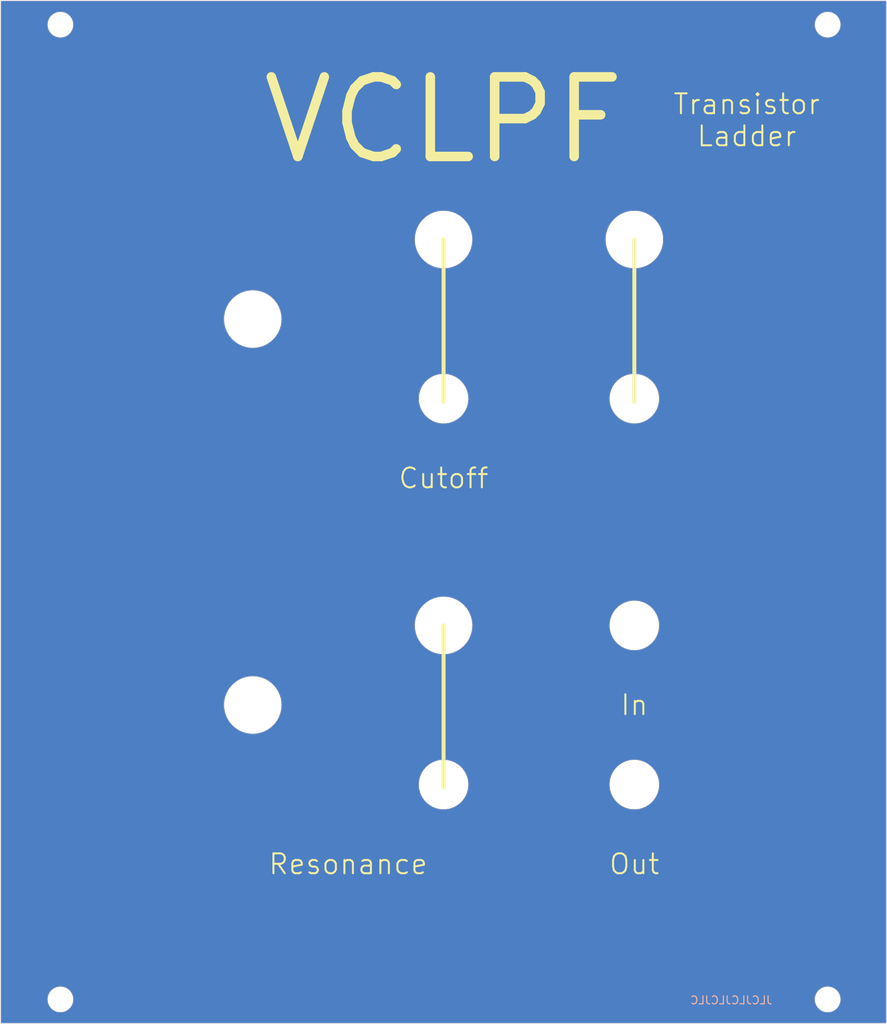
<source format=kicad_pcb>
(kicad_pcb (version 20211014) (generator pcbnew)

  (general
    (thickness 1.6)
  )

  (paper "A4")
  (title_block
    (title "VCF Panel")
    (date "2021-07-26")
    (rev "1.0")
  )

  (layers
    (0 "F.Cu" signal)
    (31 "B.Cu" signal)
    (32 "B.Adhes" user "B.Adhesive")
    (33 "F.Adhes" user "F.Adhesive")
    (34 "B.Paste" user)
    (35 "F.Paste" user)
    (36 "B.SilkS" user "B.Silkscreen")
    (37 "F.SilkS" user "F.Silkscreen")
    (38 "B.Mask" user)
    (39 "F.Mask" user)
    (40 "Dwgs.User" user "User.Drawings")
    (41 "Cmts.User" user "User.Comments")
    (42 "Eco1.User" user "User.Eco1")
    (43 "Eco2.User" user "User.Eco2")
    (44 "Edge.Cuts" user)
    (45 "Margin" user)
    (46 "B.CrtYd" user "B.Courtyard")
    (47 "F.CrtYd" user "F.Courtyard")
    (48 "B.Fab" user)
    (49 "F.Fab" user)
  )

  (setup
    (pad_to_mask_clearance 0)
    (pcbplotparams
      (layerselection 0x00010fc_ffffffff)
      (disableapertmacros false)
      (usegerberextensions true)
      (usegerberattributes false)
      (usegerberadvancedattributes false)
      (creategerberjobfile false)
      (svguseinch false)
      (svgprecision 6)
      (excludeedgelayer true)
      (plotframeref false)
      (viasonmask false)
      (mode 1)
      (useauxorigin false)
      (hpglpennumber 1)
      (hpglpenspeed 20)
      (hpglpendiameter 15.000000)
      (dxfpolygonmode true)
      (dxfimperialunits true)
      (dxfusepcbnewfont true)
      (psnegative false)
      (psa4output false)
      (plotreference true)
      (plotvalue false)
      (plotinvisibletext false)
      (sketchpadsonfab false)
      (subtractmaskfromsilk true)
      (outputformat 1)
      (mirror false)
      (drillshape 0)
      (scaleselection 1)
      (outputdirectory "gerbers/")
    )
  )

  (net 0 "")

  (gr_line (start 146 112.3) (end 146 132.7) (layer "F.SilkS") (width 0.5) (tstamp 00000000-0000-0000-0000-000060ff7ad6))
  (gr_line (start 146 63.8) (end 146 84.2) (layer "F.SilkS") (width 0.5) (tstamp 3934cdea-42c8-4ab1-b1be-2c4978ab08ae))
  (gr_line (start 170 63.8) (end 170 84.2) (layer "F.SilkS") (width 0.5) (tstamp 7f3eb118-a20c-4239-b800-c9211c66847d))
  (gr_circle (center 170 112.3) (end 173.6 112.3) (layer "B.Mask") (width 5) (fill none) (tstamp 06ac04fc-6887-4db7-90e3-4e0f4155d96d))
  (gr_circle (center 146 132.3) (end 149.6 132.3) (layer "B.Mask") (width 5) (fill none) (tstamp 20a309ab-1298-4d57-a321-657802c2f8c3))
  (gr_circle (center 122 122.3) (end 125.6 122.3) (layer "B.Mask") (width 5) (fill none) (tstamp 51520694-f144-46ec-abc9-3b4b099a121b))
  (gr_circle (center 97.8 36.8) (end 99.4 36.8) (layer "B.Mask") (width 2) (fill none) (tstamp 518daebd-b89b-4c24-8d98-f647f9819f5f))
  (gr_circle (center 170 83.8) (end 173.6 83.8) (layer "B.Mask") (width 5) (fill none) (tstamp 5d3a1e33-cf8c-44d6-8c81-a2ce679d6fea))
  (gr_circle (center 146 83.8) (end 149.6 83.8) (layer "B.Mask") (width 5) (fill none) (tstamp 798737b0-aca5-44d0-9004-ffe1e0382ecd))
  (gr_circle (center 97.8 159.3) (end 99.4 159.3) (layer "B.Mask") (width 2) (fill none) (tstamp 7ff28a6f-a849-4f65-94c2-c54ccb8047b5))
  (gr_circle (center 170 63.8) (end 173.6 63.8) (layer "B.Mask") (width 5) (fill none) (tstamp a28e4c93-8d60-4c50-a967-b7da21e5b42d))
  (gr_circle (center 194.32 159.3) (end 195.92 159.3) (layer "B.Mask") (width 2) (fill none) (tstamp a71fdf01-d2e0-4651-a56a-a7ff9f7a3d3d))
  (gr_circle (center 194.32 36.8) (end 195.92 36.8) (layer "B.Mask") (width 2) (fill none) (tstamp b1a6c22d-c40e-40c7-91ce-6c8614e38fa1))
  (gr_circle (center 122 73.8) (end 125.6 73.8) (layer "B.Mask") (width 5) (fill none) (tstamp c16d1982-8852-4bb2-b45b-73cb6f03a9f4))
  (gr_circle (center 146 63.8) (end 149.6 63.8) (layer "B.Mask") (width 5) (fill none) (tstamp f09990f5-d050-407b-a16e-286afcf6ec3b))
  (gr_circle (center 146 112.3) (end 149.6 112.3) (layer "B.Mask") (width 5) (fill none) (tstamp f13944df-740c-41ed-9f05-32eea7432ee3))
  (gr_circle (center 170 132.3) (end 173.6 132.3) (layer "B.Mask") (width 5) (fill none) (tstamp f62dd66e-03ca-4c9a-b9d0-8252a28233a4))
  (gr_circle (center 170 83.8) (end 173.6 83.8) (layer "F.Mask") (width 5) (fill none) (tstamp 082b5e78-7cb4-4683-8ef6-00504518aadb))
  (gr_circle (center 170 112.3) (end 173.6 112.3) (layer "F.Mask") (width 5) (fill none) (tstamp 222f7cc9-3b13-4497-84c5-cf613455c1d0))
  (gr_circle (center 146 63.8) (end 149.6 63.8) (layer "F.Mask") (width 5) (fill none) (tstamp 2bcbcaea-3caf-4690-a136-2989fa8ddd84))
  (gr_circle (center 170 63.8) (end 173.6 63.8) (layer "F.Mask") (width 5) (fill none) (tstamp 32a874d8-13c2-4950-b2f9-05ca23ed3d5d))
  (gr_circle (center 194.32 36.8) (end 195.92 36.8) (layer "F.Mask") (width 2) (fill none) (tstamp 65d4702b-88e4-4992-a6fe-53022259051a))
  (gr_circle (center 122 122.3) (end 125.6 122.3) (layer "F.Mask") (width 5) (fill none) (tstamp 661e63a6-57d4-4bd6-8435-e9e47baf2ef9))
  (gr_circle (center 170 132.3) (end 173.6 132.3) (layer "F.Mask") (width 5) (fill none) (tstamp 74fd62a9-2cf1-466e-8ed6-73a967171883))
  (gr_circle (center 122 73.8) (end 125.6 73.8) (layer "F.Mask") (width 5) (fill none) (tstamp 82a93119-2d30-45bb-a052-4a4952078f0b))
  (gr_circle (center 97.8 159.3) (end 99.4 159.3) (layer "F.Mask") (width 2) (fill none) (tstamp 97a709f6-c537-441b-ae35-ca554e2ea2be))
  (gr_circle (center 194.32 159.3) (end 195.92 159.3) (layer "F.Mask") (width 2) (fill none) (tstamp a41d73bd-3f5d-4047-9e19-e4d90320a941))
  (gr_circle (center 97.8 36.8) (end 99.4 36.8) (layer "F.Mask") (width 2) (fill none) (tstamp a5ec44e1-20bb-4519-bd2f-09d96a1d7771))
  (gr_circle (center 146 112.3) (end 149.6 112.3) (layer "F.Mask") (width 5) (fill none) (tstamp b2333f9a-b72e-4e9a-bc2d-75332f0a14dd))
  (gr_circle (center 146 132.3) (end 149.6 132.3) (layer "F.Mask") (width 5) (fill none) (tstamp e97bf12f-6357-4920-8dac-9707bf079ba9))
  (gr_circle (center 146 83.8) (end 149.6 83.8) (layer "F.Mask") (width 5) (fill none) (tstamp fbdd3877-ffe2-40a6-82bf-ec141174471c))
  (gr_line (start 90.3 162.3) (end 90.3 33.8) (layer "Edge.Cuts") (width 0.05) (tstamp 00000000-0000-0000-0000-000060ff7778))
  (gr_circle (center 146 112.3) (end 149.6 112.3) (layer "Edge.Cuts") (width 0.05) (fill none) (tstamp 00000000-0000-0000-0000-000060ff77d0))
  (gr_circle (center 170 132.3) (end 173.1 132.3) (layer "Edge.Cuts") (width 0.05) (fill none) (tstamp 00000000-0000-0000-0000-000060ff780d))
  (gr_circle (center 194.32 159.3) (end 195.92 159.3) (layer "Edge.Cuts") (width 0.05) (fill none) (tstamp 00000000-0000-0000-0000-000060ff7d59))
  (gr_line (start 90.3 33.8) (end 201.7 33.8) (layer "Edge.Cuts") (width 0.05) (tstamp 29256b3d-9450-4c0a-a4d4-911f04b9c140))
  (gr_circle (center 122 73.8) (end 125.6 73.8) (layer "Edge.Cuts") (width 0.05) (fill none) (tstamp 2bef89de-08c7-4a13-9d85-67948d429ca0))
  (gr_line (start 201.7 33.8) (end 201.7 162.3) (layer "Edge.Cuts") (width 0.05) (tstamp 37e4dc66-4492-4061-908d-7213940a2ec3))
  (gr_circle (center 170 112.3) (end 173.1 112.3) (layer "Edge.Cuts") (width 0.05) (fill none) (tstamp 43891a3c-749f-498d-ba99-685a27689b0d))
  (gr_circle (center 146 63.8) (end 149.6 63.8) (layer "Edge.Cuts") (width 0.05) (fill none) (tstamp 4dc6088c-89a5-4db7-b3ae-db4b6396ad49))
  (gr_circle (center 194.32 36.8) (end 195.92 36.8) (layer "Edge.Cuts") (width 0.05) (fill none) (tstamp 6199bec7-e7eb-4ae0-b9ec-c563e157d635))
  (gr_circle (center 97.8 36.8) (end 99.4 36.8) (layer "Edge.Cuts") (width 0.05) (fill none) (tstamp 6ff874d0-4ac5-414c-83a7-573eda4c7703))
  (gr_circle (center 170 83.8) (end 173.1 83.8) (layer "Edge.Cuts") (width 0.05) (fill none) (tstamp 909b030b-fa1a-4fe8-b1ee-422b4d9e23cf))
  (gr_circle (center 122 122.3) (end 125.6 122.3) (layer "Edge.Cuts") (width 0.05) (fill none) (tstamp 936e2ca6-11ae-4f42-9128-52bb329f3d21))
  (gr_circle (center 146 83.8) (end 149.1 83.8) (layer "Edge.Cuts") (width 0.05) (fill none) (tstamp bb4f0314-c44c-4dda-b85c-537120eaae9a))
  (gr_circle (center 146 132.3) (end 149.1 132.3) (layer "Edge.Cuts") (width 0.05) (fill none) (tstamp cbc539d2-6a10-4052-9b7a-f10326dcac67))
  (gr_circle (center 97.8 159.3) (end 99.4 159.3) (layer "Edge.Cuts") (width 0.05) (fill none) (tstamp e47adf3d-9c24-4345-80c9-66679cad107e))
  (gr_circle (center 170 63.8) (end 173.6 63.8) (layer "Edge.Cuts") (width 0.05) (fill none) (tstamp ebadd2a5-21ab-4a7e-b5bc-6f737367e560))
  (gr_line (start 201.7 162.3) (end 90.3 162.3) (layer "Edge.Cuts") (width 0.05) (tstamp fb03d859-dcc9-4533-b352-64830e0e5423))
  (gr_text "JLCJLCJLCJLC" (at 182.2 159.4) (layer "B.SilkS") (tstamp 681bd495-c396-44ce-92bd-4b397cd48c04)
    (effects (font (size 1 1) (thickness 0.15)) (justify mirror))
  )
  (gr_text "Resonance" (at 134 142.3) (layer "F.SilkS") (tstamp 00000000-0000-0000-0000-000060ff7a15)
    (effects (font (size 2.5 2.5) (thickness 0.25)))
  )
  (gr_text "Out" (at 170 142.3) (layer "F.SilkS") (tstamp 213a2af1-412b-47f4-ab3b-c5f43b6be7a6)
    (effects (font (size 2.5 2.5) (thickness 0.25)))
  )
  (gr_text "VCLPF" (at 146 48.8) (layer "F.SilkS") (tstamp 87c78429-be2b-40ed-8d3b-56cb9666a56f)
    (effects (font (size 10 10) (thickness 1.2)))
  )
  (gr_text "Transistor\nLadder" (at 184.133333 48.8) (layer "F.SilkS") (tstamp 9538e4ed-27e6-4c37-b989-9859dc0d49e8)
    (effects (font (size 2.5 2.5) (thickness 0.25)))
  )
  (gr_text "Cutoff" (at 146 93.8) (layer "F.SilkS") (tstamp 99030c03-63b4-49ba-b5ab-4d56974f7963)
    (effects (font (size 2.5 2.5) (thickness 0.25)))
  )
  (gr_text "In" (at 170 122.3) (layer "F.SilkS") (tstamp d2de4093-1fc2-4bc1-94b6-4d0fe3426c6f)
    (effects (font (size 2.5 2.5) (thickness 0.25)))
  )

  (zone (net 0) (net_name "") (layer "F.Cu") (tstamp 00000000-0000-0000-0000-000060fffc40) (hatch edge 0.508)
    (connect_pads (clearance 0))
    (min_thickness 0.254) (filled_areas_thickness no)
    (fill yes (thermal_gap 0.508) (thermal_bridge_width 0.508))
    (polygon
      (pts
        (xy 201.8 162.4)
        (xy 90.2 162.4)
        (xy 90.2 33.7)
        (xy 201.8 33.7)
      )
    )
    (filled_polygon
      (layer "F.Cu")
      (island)
      (pts
        (xy 201.617121 33.845002)
        (xy 201.663614 33.898658)
        (xy 201.675 33.951)
        (xy 201.675 162.149)
        (xy 201.654998 162.217121)
        (xy 201.601342 162.263614)
        (xy 201.549 162.275)
        (xy 90.451 162.275)
        (xy 90.382879 162.254998)
        (xy 90.336386 162.201342)
        (xy 90.325 162.149)
        (xy 90.325 159.3)
        (xy 96.169975 159.3)
        (xy 96.190043 159.554992)
        (xy 96.191197 159.559799)
        (xy 96.191198 159.559805)
        (xy 96.228855 159.716654)
        (xy 96.249754 159.803705)
        (xy 96.251647 159.808276)
        (xy 96.251648 159.808278)
        (xy 96.33729 160.015035)
        (xy 96.347637 160.040016)
        (xy 96.481282 160.258105)
        (xy 96.484494 160.261865)
        (xy 96.484497 160.26187)
        (xy 96.614167 160.413693)
        (xy 96.647398 160.452602)
        (xy 96.65116 160.455815)
        (xy 96.83813 160.615503)
        (xy 96.838135 160.615506)
        (xy 96.841895 160.618718)
        (xy 97.059984 160.752363)
        (xy 97.064554 160.754256)
        (xy 97.064558 160.754258)
        (xy 97.291722 160.848352)
        (xy 97.296295 160.850246)
        (xy 97.383346 160.871145)
        (xy 97.540195 160.908802)
        (xy 97.540201 160.908803)
        (xy 97.545008 160.909957)
        (xy 97.8 160.930025)
        (xy 98.054992 160.909957)
        (xy 98.059799 160.908803)
        (xy 98.059805 160.908802)
        (xy 98.216654 160.871145)
        (xy 98.303705 160.850246)
        (xy 98.308278 160.848352)
        (xy 98.535442 160.754258)
        (xy 98.535446 160.754256)
        (xy 98.540016 160.752363)
        (xy 98.758105 160.618718)
        (xy 98.761865 160.615506)
        (xy 98.76187 160.615503)
        (xy 98.94884 160.455815)
        (xy 98.952602 160.452602)
        (xy 98.985833 160.413693)
        (xy 99.115503 160.26187)
        (xy 99.115506 160.261865)
        (xy 99.118718 160.258105)
        (xy 99.252363 160.040016)
        (xy 99.262711 160.015035)
        (xy 99.348352 159.808278)
        (xy 99.348353 159.808276)
        (xy 99.350246 159.803705)
        (xy 99.371145 159.716654)
        (xy 99.408802 159.559805)
        (xy 99.408803 159.559799)
        (xy 99.409957 159.554992)
        (xy 99.430025 159.3)
        (xy 192.689975 159.3)
        (xy 192.710043 159.554992)
        (xy 192.711197 159.559799)
        (xy 192.711198 159.559805)
        (xy 192.748855 159.716654)
        (xy 192.769754 159.803705)
        (xy 192.771647 159.808276)
        (xy 192.771648 159.808278)
        (xy 192.85729 160.015035)
        (xy 192.867637 160.040016)
        (xy 193.001282 160.258105)
        (xy 193.004494 160.261865)
        (xy 193.004497 160.26187)
        (xy 193.134167 160.413693)
        (xy 193.167398 160.452602)
        (xy 193.17116 160.455815)
        (xy 193.35813 160.615503)
        (xy 193.358135 160.615506)
        (xy 193.361895 160.618718)
        (xy 193.579984 160.752363)
        (xy 193.584554 160.754256)
        (xy 193.584558 160.754258)
        (xy 193.811722 160.848352)
        (xy 193.816295 160.850246)
        (xy 193.903346 160.871145)
        (xy 194.060195 160.908802)
        (xy 194.060201 160.908803)
        (xy 194.065008 160.909957)
        (xy 194.32 160.930025)
        (xy 194.574992 160.909957)
        (xy 194.579799 160.908803)
        (xy 194.579805 160.908802)
        (xy 194.736654 160.871145)
        (xy 194.823705 160.850246)
        (xy 194.828278 160.848352)
        (xy 195.055442 160.754258)
        (xy 195.055446 160.754256)
        (xy 195.060016 160.752363)
        (xy 195.278105 160.618718)
        (xy 195.281865 160.615506)
        (xy 195.28187 160.615503)
        (xy 195.46884 160.455815)
        (xy 195.472602 160.452602)
        (xy 195.505833 160.413693)
        (xy 195.635503 160.26187)
        (xy 195.635506 160.261865)
        (xy 195.638718 160.258105)
        (xy 195.772363 160.040016)
        (xy 195.782711 160.015035)
        (xy 195.868352 159.808278)
        (xy 195.868353 159.808276)
        (xy 195.870246 159.803705)
        (xy 195.891145 159.716654)
        (xy 195.928802 159.559805)
        (xy 195.928803 159.559799)
        (xy 195.929957 159.554992)
        (xy 195.950025 159.3)
        (xy 195.929957 159.045008)
        (xy 195.928803 159.040201)
        (xy 195.928802 159.040195)
        (xy 195.871401 158.801107)
        (xy 195.870246 158.796295)
        (xy 195.868352 158.791722)
        (xy 195.774258 158.564558)
        (xy 195.774256 158.564554)
        (xy 195.772363 158.559984)
        (xy 195.638718 158.341895)
        (xy 195.635506 158.338135)
        (xy 195.635503 158.33813)
        (xy 195.475815 158.15116)
        (xy 195.472602 158.147398)
        (xy 195.330227 158.025798)
        (xy 195.28187 157.984497)
        (xy 195.281865 157.984494)
        (xy 195.278105 157.981282)
        (xy 195.060016 157.847637)
        (xy 195.055446 157.845744)
        (xy 195.055442 157.845742)
        (xy 194.828278 157.751648)
        (xy 194.828276 157.751647)
        (xy 194.823705 157.749754)
        (xy 194.720598 157.725)
        (xy 194.579805 157.691198)
        (xy 194.579799 157.691197)
        (xy 194.574992 157.690043)
        (xy 194.32 157.669975)
        (xy 194.065008 157.690043)
        (xy 194.060201 157.691197)
        (xy 194.060195 157.691198)
        (xy 193.919402 157.725)
        (xy 193.816295 157.749754)
        (xy 193.811724 157.751647)
        (xy 193.811722 157.751648)
        (xy 193.584558 157.845742)
        (xy 193.584554 157.845744)
        (xy 193.579984 157.847637)
        (xy 193.361895 157.981282)
        (xy 193.358135 157.984494)
        (xy 193.35813 157.984497)
        (xy 193.309773 158.025798)
        (xy 193.167398 158.147398)
        (xy 193.164185 158.15116)
        (xy 193.004497 158.33813)
        (xy 193.004494 158.338135)
        (xy 193.001282 158.341895)
        (xy 192.867637 158.559984)
        (xy 192.865744 158.564554)
        (xy 192.865742 158.564558)
        (xy 192.771648 158.791722)
        (xy 192.769754 158.796295)
        (xy 192.768599 158.801107)
        (xy 192.711198 159.040195)
        (xy 192.711197 159.040201)
        (xy 192.710043 159.045008)
        (xy 192.689975 159.3)
        (xy 99.430025 159.3)
        (xy 99.409957 159.045008)
        (xy 99.408803 159.040201)
        (xy 99.408802 159.040195)
        (xy 99.351401 158.801107)
        (xy 99.350246 158.796295)
        (xy 99.348352 158.791722)
        (xy 99.254258 158.564558)
        (xy 99.254256 158.564554)
        (xy 99.252363 158.559984)
        (xy 99.118718 158.341895)
        (xy 99.115506 158.338135)
        (xy 99.115503 158.33813)
        (xy 98.955815 158.15116)
        (xy 98.952602 158.147398)
        (xy 98.810227 158.025798)
        (xy 98.76187 157.984497)
        (xy 98.761865 157.984494)
        (xy 98.758105 157.981282)
        (xy 98.540016 157.847637)
        (xy 98.535446 157.845744)
        (xy 98.535442 157.845742)
        (xy 98.308278 157.751648)
        (xy 98.308276 157.751647)
        (xy 98.303705 157.749754)
        (xy 98.200598 157.725)
        (xy 98.059805 157.691198)
        (xy 98.059799 157.691197)
        (xy 98.054992 157.690043)
        (xy 97.8 157.669975)
        (xy 97.545008 157.690043)
        (xy 97.540201 157.691197)
        (xy 97.540195 157.691198)
        (xy 97.399402 157.725)
        (xy 97.296295 157.749754)
        (xy 97.291724 157.751647)
        (xy 97.291722 157.751648)
        (xy 97.064558 157.845742)
        (xy 97.064554 157.845744)
        (xy 97.059984 157.847637)
        (xy 96.841895 157.981282)
        (xy 96.838135 157.984494)
        (xy 96.83813 157.984497)
        (xy 96.789773 158.025798)
        (xy 96.647398 158.147398)
        (xy 96.644185 158.15116)
        (xy 96.484497 158.33813)
        (xy 96.484494 158.338135)
        (xy 96.481282 158.341895)
        (xy 96.347637 158.559984)
        (xy 96.345744 158.564554)
        (xy 96.345742 158.564558)
        (xy 96.251648 158.791722)
        (xy 96.249754 158.796295)
        (xy 96.248599 158.801107)
        (xy 96.191198 159.040195)
        (xy 96.191197 159.040201)
        (xy 96.190043 159.045008)
        (xy 96.169975 159.3)
        (xy 90.325 159.3)
        (xy 90.325 132.256299)
        (xy 142.870381 132.256299)
        (xy 142.870413 132.257066)
        (xy 142.870528 132.259811)
        (xy 142.870528 132.259814)
        (xy 142.872304 132.302178)
        (xy 142.885014 132.605427)
        (xy 142.938472 132.950748)
        (xy 143.03009 133.287957)
        (xy 143.158725 133.612853)
        (xy 143.322775 133.921385)
        (xy 143.32476 133.924284)
        (xy 143.518203 134.206801)
        (xy 143.518208 134.206807)
        (xy 143.520194 134.209708)
        (xy 143.748521 134.474228)
        (xy 144.004911 134.711648)
        (xy 144.286169 134.919009)
        (xy 144.289206 134.920763)
        (xy 144.28921 134.920765)
        (xy 144.403081 134.986508)
        (xy 144.588788 135.093726)
        (xy 144.669994 135.129204)
        (xy 144.905774 135.232214)
        (xy 144.905784 135.232218)
        (xy 144.908996 135.233621)
        (xy 144.912353 135.23466)
        (xy 144.912358 135.234662)
        (xy 145.070642 135.283659)
        (xy 145.242803 135.336952)
        (xy 145.246259 135.337611)
        (xy 145.246258 135.337611)
        (xy 145.582597 135.401771)
        (xy 145.582602 135.401772)
        (xy 145.586048 135.402429)
        (xy 145.777554 135.417165)
        (xy 145.930955 135.428969)
        (xy 145.930957 135.428969)
        (xy 145.934452 135.429238)
        (xy 146.166159 135.421146)
        (xy 146.280157 135.417165)
        (xy 146.280161 135.417165)
        (xy 146.283673 135.417042)
        (xy 146.287152 135.416528)
        (xy 146.287155 135.416528)
        (xy 146.625867 135.366512)
        (xy 146.625873 135.366511)
        (xy 146.629359 135.365996)
        (xy 146.632763 135.365097)
        (xy 146.632766 135.365096)
        (xy 146.963809 135.277631)
        (xy 146.96381 135.277631)
        (xy 146.9672 135.276735)
        (xy 147.292985 135.150371)
        (xy 147.602655 134.988479)
        (xy 147.892349 134.793078)
        (xy 148.158457 134.566603)
        (xy 148.160852 134.564053)
        (xy 148.16086 134.564045)
        (xy 148.39525 134.314444)
        (xy 148.395254 134.314439)
        (xy 148.397661 134.311876)
        (xy 148.399766 134.309062)
        (xy 148.399772 134.309055)
        (xy 148.503587 134.170281)
        (xy 148.60698 134.032073)
        (xy 148.783806 133.730682)
        (xy 148.794984 133.705576)
        (xy 148.924501 133.414675)
        (xy 148.924503 133.414671)
        (xy 148.925933 133.411458)
        (xy 149.031592 133.07838)
        (xy 149.099464 132.735601)
        (xy 149.128704 132.387393)
        (xy 149.129924 132.3)
        (xy 149.127678 132.259814)
        (xy 149.127481 132.256299)
        (xy 166.870381 132.256299)
        (xy 166.870413 132.257066)
        (xy 166.870528 132.259811)
        (xy 166.870528 132.259814)
        (xy 166.872304 132.302178)
        (xy 166.885014 132.605427)
        (xy 166.938472 132.950748)
        (xy 167.03009 133.287957)
        (xy 167.158725 133.612853)
        (xy 167.322775 133.921385)
        (xy 167.32476 133.924284)
        (xy 167.518203 134.206801)
        (xy 167.518208 134.206807)
        (xy 167.520194 134.209708)
        (xy 167.748521 134.474228)
        (xy 168.004911 134.711648)
        (xy 168.286169 134.919009)
        (xy 168.289206 134.920763)
        (xy 168.28921 134.920765)
        (xy 168.403081 134.986508)
        (xy 168.588788 135.093726)
        (xy 168.669994 135.129204)
        (xy 168.905774 135.232214)
        (xy 168.905784 135.232218)
        (xy 168.908996 135.233621)
        (xy 168.912353 135.23466)
        (xy 168.912358 135.234662)
        (xy 169.070642 135.283659)
        (xy 169.242803 135.336952)
        (xy 169.246259 135.337611)
        (xy 169.246258 135.337611)
        (xy 169.582597 135.401771)
        (xy 169.582602 135.401772)
        (xy 169.586048 135.402429)
        (xy 169.777554 135.417165)
        (xy 169.930955 135.428969)
        (xy 169.930957 135.428969)
        (xy 169.934452 135.429238)
        (xy 170.166159 135.421146)
        (xy 170.280157 135.417165)
        (xy 170.280161 135.417165)
        (xy 170.283673 135.417042)
        (xy 170.287152 135.416528)
        (xy 170.287155 135.416528)
        (xy 170.625867 135.366512)
        (xy 170.625873 135.366511)
        (xy 170.629359 135.365996)
        (xy 170.632763 135.365097)
        (xy 170.632766 135.365096)
        (xy 170.963809 135.277631)
        (xy 170.96381 135.277631)
        (xy 170.9672 135.276735)
        (xy 171.292985 135.150371)
        (xy 171.602655 134.988479)
        (xy 171.892349 134.793078)
        (xy 172.158457 134.566603)
        (xy 172.160852 134.564053)
        (xy 172.16086 134.564045)
        (xy 172.39525 134.314444)
        (xy 172.395254 134.314439)
        (xy 172.397661 134.311876)
        (xy 172.399766 134.309062)
        (xy 172.399772 134.309055)
        (xy 172.503587 134.170281)
        (xy 172.60698 134.032073)
        (xy 172.783806 133.730682)
        (xy 172.794984 133.705576)
        (xy 172.924501 133.414675)
        (xy 172.924503 133.414671)
        (xy 172.925933 133.411458)
        (xy 173.031592 133.07838)
        (xy 173.099464 132.735601)
        (xy 173.128704 132.387393)
        (xy 173.129924 132.3)
        (xy 173.127678 132.259814)
        (xy 173.110614 131.954625)
        (xy 173.110418 131.951111)
        (xy 173.103674 131.911234)
        (xy 173.052732 131.610051)
        (xy 173.052731 131.610047)
        (xy 173.052143 131.60657)
        (xy 172.955826 131.270672)
        (xy 172.832449 130.971336)
        (xy 172.824005 130.950849)
        (xy 172.824001 130.950841)
        (xy 172.822667 130.947604)
        (xy 172.654326 130.641393)
        (xy 172.452901 130.355855)
        (xy 172.220902 130.094548)
        (xy 171.961222 129.860731)
        (xy 171.741872 129.703692)
        (xy 171.679964 129.65937)
        (xy 171.679957 129.659366)
        (xy 171.677097 129.657318)
        (xy 171.372068 129.486843)
        (xy 171.049938 129.351432)
        (xy 171.046569 129.350441)
        (xy 171.046565 129.350439)
        (xy 170.864087 129.296733)
        (xy 170.714721 129.252772)
        (xy 170.439888 129.204311)
        (xy 170.374055 129.192703)
        (xy 170.374053 129.192703)
        (xy 170.370595 129.192093)
        (xy 170.367086 129.191872)
        (xy 170.367084 129.191872)
        (xy 170.025369 129.170373)
        (xy 170.025363 129.170373)
        (xy 170.021851 129.170152)
        (xy 169.923338 129.17497)
        (xy 169.676341 129.18705)
        (xy 169.676333 129.187051)
        (xy 169.672834 129.187222)
        (xy 169.669366 129.187784)
        (xy 169.669363 129.187784)
        (xy 169.33137 129.242527)
        (xy 169.331367 129.242528)
        (xy 169.327895 129.24309)
        (xy 169.324508 129.244036)
        (xy 169.324502 129.244037)
        (xy 169.047352 129.321419)
        (xy 168.991333 129.33706)
        (xy 168.862643 129.389054)
        (xy 168.670607 129.466641)
        (xy 168.670603 129.466643)
        (xy 168.667343 129.46796)
        (xy 168.664256 129.469629)
        (xy 168.664252 129.469631)
        (xy 168.62924 129.488562)
        (xy 168.359964 129.634159)
        (xy 168.073026 129.833586)
        (xy 168.070384 129.835899)
        (xy 168.07038 129.835902)
        (xy 167.993123 129.903536)
        (xy 167.810107 130.063755)
        (xy 167.574483 130.321796)
        (xy 167.36909 130.604494)
        (xy 167.367348 130.60756)
        (xy 167.367347 130.607562)
        (xy 167.346379 130.644473)
        (xy 167.19649 130.908326)
        (xy 167.058834 131.229503)
        (xy 166.957836 131.564023)
        (xy 166.894756 131.907717)
        (xy 166.870381 132.256299)
        (xy 149.127481 132.256299)
        (xy 149.110614 131.954625)
        (xy 149.110418 131.951111)
        (xy 149.103674 131.911234)
        (xy 149.052732 131.610051)
        (xy 149.052731 131.610047)
        (xy 149.052143 131.60657)
        (xy 148.955826 131.270672)
        (xy 148.832449 130.971336)
        (xy 148.824005 130.950849)
        (xy 148.824001 130.950841)
        (xy 148.822667 130.947604)
        (xy 148.654326 130.641393)
        (xy 148.452901 130.355855)
        (xy 148.220902 130.094548)
        (xy 147.961222 129.860731)
        (xy 147.741872 129.703692)
        (xy 147.679964 129.65937)
        (xy 147.679957 129.659366)
        (xy 147.677097 129.657318)
        (xy 147.372068 129.486843)
        (xy 147.049938 129.351432)
        (xy 147.046569 129.350441)
        (xy 147.046565 129.350439)
        (xy 146.864087 129.296733)
        (xy 146.714721 129.252772)
        (xy 146.439888 129.204311)
        (xy 146.374055 129.192703)
        (xy 146.374053 129.192703)
        (xy 146.370595 129.192093)
        (xy 146.367086 129.191872)
        (xy 146.367084 129.191872)
        (xy 146.025369 129.170373)
        (xy 146.025363 129.170373)
        (xy 146.021851 129.170152)
        (xy 145.923338 129.17497)
        (xy 145.676341 129.18705)
        (xy 145.676333 129.187051)
        (xy 145.672834 129.187222)
        (xy 145.669366 129.187784)
        (xy 145.669363 129.187784)
        (xy 145.33137 129.242527)
        (xy 145.331367 129.242528)
        (xy 145.327895 129.24309)
        (xy 145.324508 129.244036)
        (xy 145.324502 129.244037)
        (xy 145.047352 129.321419)
        (xy 144.991333 129.33706)
        (xy 144.862643 129.389054)
        (xy 144.670607 129.466641)
        (xy 144.670603 129.466643)
        (xy 144.667343 129.46796)
        (xy 144.664256 129.469629)
        (xy 144.664252 129.469631)
        (xy 144.62924 129.488562)
        (xy 144.359964 129.634159)
        (xy 144.073026 129.833586)
        (xy 144.070384 129.835899)
        (xy 144.07038 129.835902)
        (xy 143.993123 129.903536)
        (xy 143.810107 130.063755)
        (xy 143.574483 130.321796)
        (xy 143.36909 130.604494)
        (xy 143.367348 130.60756)
        (xy 143.367347 130.607562)
        (xy 143.346379 130.644473)
        (xy 143.19649 130.908326)
        (xy 143.058834 131.229503)
        (xy 142.957836 131.564023)
        (xy 142.894756 131.907717)
        (xy 142.870381 132.256299)
        (xy 90.325 132.256299)
        (xy 90.325 122.3)
        (xy 118.370025 122.3)
        (xy 118.38991 122.679436)
        (xy 118.449349 123.054714)
        (xy 118.547689 123.421724)
        (xy 118.683853 123.776444)
        (xy 118.856349 124.114987)
        (xy 119.063289 124.433646)
        (xy 119.302403 124.728927)
        (xy 119.571073 124.997597)
        (xy 119.866354 125.236711)
        (xy 120.185012 125.443651)
        (xy 120.523556 125.616147)
        (xy 120.878276 125.752311)
        (xy 121.245286 125.850651)
        (xy 121.444531 125.882209)
        (xy 121.617316 125.909576)
        (xy 121.617324 125.909577)
        (xy 121.620564 125.91009)
        (xy 122 125.929975)
        (xy 122.379436 125.91009)
        (xy 122.382676 125.909577)
        (xy 122.382684 125.909576)
        (xy 122.555469 125.882209)
        (xy 122.754714 125.850651)
        (xy 123.121724 125.752311)
        (xy 123.476444 125.616147)
        (xy 123.814988 125.443651)
        (xy 124.133646 125.236711)
        (xy 124.428927 124.997597)
        (xy 124.697597 124.728927)
        (xy 124.936711 124.433646)
        (xy 125.143651 124.114987)
        (xy 125.316147 123.776444)
        (xy 125.452311 123.421724)
        (xy 125.550651 123.054714)
        (xy 125.61009 122.679436)
        (xy 125.629975 122.3)
        (xy 125.61009 121.920564)
        (xy 125.550651 121.545286)
        (xy 125.452311 121.178276)
        (xy 125.316147 120.823556)
        (xy 125.143651 120.485013)
        (xy 124.936711 120.166354)
        (xy 124.697597 119.871073)
        (xy 124.428927 119.602403)
        (xy 124.133646 119.363289)
        (xy 123.814988 119.156349)
        (xy 123.476444 118.983853)
        (xy 123.121724 118.847689)
        (xy 122.754714 118.749349)
        (xy 122.555469 118.717791)
        (xy 122.382684 118.690424)
        (xy 122.382676 118.690423)
        (xy 122.379436 118.68991)
        (xy 122 118.670025)
        (xy 121.620564 118.68991)
        (xy 121.617324 118.690423)
        (xy 121.617316 118.690424)
        (xy 121.444531 118.717791)
        (xy 121.245286 118.749349)
        (xy 120.878276 118.847689)
        (xy 120.523556 118.983853)
        (xy 120.185013 119.156349)
        (xy 119.866354 119.363289)
        (xy 119.571073 119.602403)
        (xy 119.302403 119.871073)
        (xy 119.063289 120.166354)
        (xy 118.856349 120.485013)
        (xy 118.683853 120.823556)
        (xy 118.547689 121.178276)
        (xy 118.449349 121.545286)
        (xy 118.38991 121.920564)
        (xy 118.370025 122.3)
        (xy 90.325 122.3)
        (xy 90.325 112.3)
        (xy 142.370025 112.3)
        (xy 142.38991 112.679436)
        (xy 142.390423 112.682676)
        (xy 142.390424 112.682684)
        (xy 142.399354 112.739065)
        (xy 142.449349 113.054714)
        (xy 142.547689 113.421724)
        (xy 142.683853 113.776444)
        (xy 142.856349 114.114987)
        (xy 143.063289 114.433646)
        (xy 143.302403 114.728927)
        (xy 143.571073 114.997597)
        (xy 143.866354 115.236711)
        (xy 144.185012 115.443651)
        (xy 144.523556 115.616147)
        (xy 144.878276 115.752311)
        (xy 145.245286 115.850651)
        (xy 145.444531 115.882209)
        (xy 145.617316 115.909576)
        (xy 145.617324 115.909577)
        (xy 145.620564 115.91009)
        (xy 146 115.929975)
        (xy 146.379436 115.91009)
        (xy 146.382676 115.909577)
        (xy 146.382684 115.909576)
        (xy 146.555469 115.882209)
        (xy 146.754714 115.850651)
        (xy 147.121724 115.752311)
        (xy 147.476444 115.616147)
        (xy 147.814988 115.443651)
        (xy 148.133646 115.236711)
        (xy 148.428927 114.997597)
        (xy 148.697597 114.728927)
        (xy 148.936711 114.433646)
        (xy 149.143651 114.114987)
        (xy 149.316147 113.776444)
        (xy 149.452311 113.421724)
        (xy 149.550651 113.054714)
        (xy 149.600646 112.739065)
        (xy 149.609576 112.682684)
        (xy 149.609577 112.682676)
        (xy 149.61009 112.679436)
        (xy 149.629975 112.3)
        (xy 149.627685 112.256299)
        (xy 166.870381 112.256299)
        (xy 166.870413 112.257066)
        (xy 166.870528 112.259811)
        (xy 166.870528 112.259814)
        (xy 166.872304 112.302178)
        (xy 166.885014 112.605427)
        (xy 166.938472 112.950748)
        (xy 167.03009 113.287957)
        (xy 167.158725 113.612853)
        (xy 167.322775 113.921385)
        (xy 167.32476 113.924284)
        (xy 167.518203 114.206801)
        (xy 167.518208 114.206807)
        (xy 167.520194 114.209708)
        (xy 167.748521 114.474228)
        (xy 168.004911 114.711648)
        (xy 168.007733 114.713729)
        (xy 168.007736 114.713731)
        (xy 168.031527 114.731271)
        (xy 168.286169 114.919009)
        (xy 168.289206 114.920763)
        (xy 168.28921 114.920765)
        (xy 168.425899 114.999682)
        (xy 168.588788 115.093726)
        (xy 168.669994 115.129204)
        (xy 168.905774 115.232214)
        (xy 168.905784 115.232218)
        (xy 168.908996 115.233621)
        (xy 168.912353 115.23466)
        (xy 168.912358 115.234662)
        (xy 169.070642 115.283659)
        (xy 169.242803 115.336952)
        (xy 169.246259 115.337611)
        (xy 169.246258 115.337611)
        (xy 169.582597 115.401771)
        (xy 169.582602 115.401772)
        (xy 169.586048 115.402429)
        (xy 169.777554 115.417165)
        (xy 169.930955 115.428969)
        (xy 169.930957 115.428969)
        (xy 169.934452 115.429238)
        (xy 170.166159 115.421146)
        (xy 170.280157 115.417165)
        (xy 170.280161 115.417165)
        (xy 170.283673 115.417042)
        (xy 170.287152 115.416528)
        (xy 170.287155 115.416528)
        (xy 170.625867 115.366512)
        (xy 170.625873 115.366511)
        (xy 170.629359 115.365996)
        (xy 170.632763 115.365097)
        (xy 170.632766 115.365096)
        (xy 170.963809 115.277631)
        (xy 170.96381 115.277631)
        (xy 170.9672 115.276735)
        (xy 171.292985 115.150371)
        (xy 171.602655 114.988479)
        (xy 171.892349 114.793078)
        (xy 171.967727 114.728927)
        (xy 172.155784 114.568878)
        (xy 172.155785 114.568877)
        (xy 172.158457 114.566603)
        (xy 172.160852 114.564053)
        (xy 172.16086 114.564045)
        (xy 172.39525 114.314444)
        (xy 172.395254 114.314439)
        (xy 172.397661 114.311876)
        (xy 172.399766 114.309062)
        (xy 172.399772 114.309055)
        (xy 172.54288 114.117757)
        (xy 172.60698 114.032073)
        (xy 172.783806 113.730682)
        (xy 172.794984 113.705576)
        (xy 172.924501 113.414675)
        (xy 172.924503 113.414671)
        (xy 172.925933 113.411458)
        (xy 173.031592 113.07838)
        (xy 173.099464 112.735601)
        (xy 173.128704 112.387393)
        (xy 173.129924 112.3)
        (xy 173.12974 112.296699)
        (xy 173.110614 111.954625)
        (xy 173.110418 111.951111)
        (xy 173.106224 111.926311)
        (xy 173.052732 111.610051)
        (xy 173.052731 111.610047)
        (xy 173.052143 111.60657)
        (xy 172.955826 111.270672)
        (xy 172.832449 110.971336)
        (xy 172.824005 110.950849)
        (xy 172.824001 110.950841)
        (xy 172.822667 110.947604)
        (xy 172.654326 110.641393)
        (xy 172.452901 110.355855)
        (xy 172.220902 110.094548)
        (xy 171.961222 109.860731)
        (xy 171.741872 109.703692)
        (xy 171.679964 109.65937)
        (xy 171.679957 109.659366)
        (xy 171.677097 109.657318)
        (xy 171.372068 109.486843)
        (xy 171.049938 109.351432)
        (xy 171.046569 109.350441)
        (xy 171.046565 109.350439)
        (xy 170.864087 109.296733)
        (xy 170.714721 109.252772)
        (xy 170.43789 109.203959)
        (xy 170.374055 109.192703)
        (xy 170.374053 109.192703)
        (xy 170.370595 109.192093)
        (xy 170.367086 109.191872)
        (xy 170.367084 109.191872)
        (xy 170.025369 109.170373)
        (xy 170.025363 109.170373)
        (xy 170.021851 109.170152)
        (xy 169.923338 109.17497)
        (xy 169.676341 109.18705)
        (xy 169.676333 109.187051)
        (xy 169.672834 109.187222)
        (xy 169.669366 109.187784)
        (xy 169.669363 109.187784)
        (xy 169.33137 109.242527)
        (xy 169.331367 109.242528)
        (xy 169.327895 109.24309)
        (xy 169.324508 109.244036)
        (xy 169.324502 109.244037)
        (xy 169.047352 109.321419)
        (xy 168.991333 109.33706)
        (xy 168.930869 109.361489)
        (xy 168.670607 109.466641)
        (xy 168.670603 109.466643)
        (xy 168.667343 109.46796)
        (xy 168.664256 109.469629)
        (xy 168.664252 109.469631)
        (xy 168.62924 109.488562)
        (xy 168.359964 109.634159)
        (xy 168.073026 109.833586)
        (xy 168.070384 109.835899)
        (xy 168.07038 109.835902)
        (xy 167.993123 109.903536)
        (xy 167.810107 110.063755)
        (xy 167.574483 110.321796)
        (xy 167.36909 110.604494)
        (xy 167.367348 110.60756)
        (xy 167.367347 110.607562)
        (xy 167.346379 110.644473)
        (xy 167.19649 110.908326)
        (xy 167.058834 111.229503)
        (xy 167.047385 111.267424)
        (xy 166.962509 111.548547)
        (xy 166.957836 111.564023)
        (xy 166.894756 111.907717)
        (xy 166.870381 112.256299)
        (xy 149.627685 112.256299)
        (xy 149.61009 111.920564)
        (xy 149.609146 111.9146)
        (xy 149.582209 111.744531)
        (xy 149.550651 111.545286)
        (xy 149.452311 111.178276)
        (xy 149.316147 110.823556)
        (xy 149.143651 110.485013)
        (xy 148.936711 110.166354)
        (xy 148.697597 109.871073)
        (xy 148.428927 109.602403)
        (xy 148.133646 109.363289)
        (xy 147.814988 109.156349)
        (xy 147.476444 108.983853)
        (xy 147.121724 108.847689)
        (xy 146.754714 108.749349)
        (xy 146.555469 108.717791)
        (xy 146.382684 108.690424)
        (xy 146.382676 108.690423)
        (xy 146.379436 108.68991)
        (xy 146 108.670025)
        (xy 145.620564 108.68991)
        (xy 145.617324 108.690423)
        (xy 145.617316 108.690424)
        (xy 145.444531 108.717791)
        (xy 145.245286 108.749349)
        (xy 144.878276 108.847689)
        (xy 144.523556 108.983853)
        (xy 144.185013 109.156349)
        (xy 143.866354 109.363289)
        (xy 143.571073 109.602403)
        (xy 143.302403 109.871073)
        (xy 143.063289 110.166354)
        (xy 142.856349 110.485013)
        (xy 142.683853 110.823556)
        (xy 142.547689 111.178276)
        (xy 142.449349 111.545286)
        (xy 142.417791 111.744531)
        (xy 142.390855 111.9146)
        (xy 142.38991 111.920564)
        (xy 142.370025 112.3)
        (xy 90.325 112.3)
        (xy 90.325 83.756299)
        (xy 142.870381 83.756299)
        (xy 142.870413 83.757066)
        (xy 142.870528 83.759811)
        (xy 142.870528 83.759814)
        (xy 142.872304 83.802178)
        (xy 142.885014 84.105427)
        (xy 142.938472 84.450748)
        (xy 143.03009 84.787957)
        (xy 143.158725 85.112853)
        (xy 143.322775 85.421385)
        (xy 143.32476 85.424284)
        (xy 143.518203 85.706801)
        (xy 143.518208 85.706807)
        (xy 143.520194 85.709708)
        (xy 143.748521 85.974228)
        (xy 144.004911 86.211648)
        (xy 144.286169 86.419009)
        (xy 144.289206 86.420763)
        (xy 144.28921 86.420765)
        (xy 144.403081 86.486508)
        (xy 144.588788 86.593726)
        (xy 144.669994 86.629204)
        (xy 144.905774 86.732214)
        (xy 144.905784 86.732218)
        (xy 144.908996 86.733621)
        (xy 144.912353 86.73466)
        (xy 144.912358 86.734662)
        (xy 145.070642 86.783659)
        (xy 145.242803 86.836952)
        (xy 145.246259 86.837611)
        (xy 145.246258 86.837611)
        (xy 145.582597 86.901771)
        (xy 145.582602 86.901772)
        (xy 145.586048 86.902429)
        (xy 145.777554 86.917165)
        (xy 145.930955 86.928969)
        (xy 145.930957 86.928969)
        (xy 145.934452 86.929238)
        (xy 146.166159 86.921146)
        (xy 146.280157 86.917165)
        (xy 146.280161 86.917165)
        (xy 146.283673 86.917042)
        (xy 146.287152 86.916528)
        (xy 146.287155 86.916528)
        (xy 146.625867 86.866512)
        (xy 146.625873 86.866511)
        (xy 146.629359 86.865996)
        (xy 146.632763 86.865097)
        (xy 146.632766 86.865096)
        (xy 146.963809 86.777631)
        (xy 146.96381 86.777631)
        (xy 146.9672 86.776735)
        (xy 147.292985 86.650371)
        (xy 147.602655 86.488479)
        (xy 147.892349 86.293078)
        (xy 148.158457 86.066603)
        (xy 148.160852 86.064053)
        (xy 148.16086 86.064045)
        (xy 148.39525 85.814444)
        (xy 148.395254 85.814439)
        (xy 148.397661 85.811876)
        (xy 148.399766 85.809062)
        (xy 148.399772 85.809055)
        (xy 148.503587 85.670281)
        (xy 148.60698 85.532073)
        (xy 148.783806 85.230682)
        (xy 148.794984 85.205576)
        (xy 148.924501 84.914675)
        (xy 148.924503 84.914671)
        (xy 148.925933 84.911458)
        (xy 149.031592 84.57838)
        (xy 149.099464 84.235601)
        (xy 149.128704 83.887393)
        (xy 149.129924 83.8)
        (xy 149.127678 83.759814)
        (xy 149.127481 83.756299)
        (xy 166.870381 83.756299)
        (xy 166.870413 83.757066)
        (xy 166.870528 83.759811)
        (xy 166.870528 83.759814)
        (xy 166.872304 83.802178)
        (xy 166.885014 84.105427)
        (xy 166.938472 84.450748)
        (xy 167.03009 84.787957)
        (xy 167.158725 85.112853)
        (xy 167.322775 85.421385)
        (xy 167.32476 85.424284)
        (xy 167.518203 85.706801)
        (xy 167.518208 85.706807)
        (xy 167.520194 85.709708)
        (xy 167.748521 85.974228)
        (xy 168.004911 86.211648)
        (xy 168.286169 86.419009)
        (xy 168.289206 86.420763)
        (xy 168.28921 86.420765)
        (xy 168.403081 86.486508)
        (xy 168.588788 86.593726)
        (xy 168.669994 86.629204)
        (xy 168.905774 86.732214)
        (xy 168.905784 86.732218)
        (xy 168.908996 86.733621)
        (xy 168.912353 86.73466)
        (xy 168.912358 86.734662)
        (xy 169.070642 86.783659)
        (xy 169.242803 86.836952)
        (xy 169.246259 86.837611)
        (xy 169.246258 86.837611)
        (xy 169.582597 86.901771)
        (xy 169.582602 86.901772)
        (xy 169.586048 86.902429)
        (xy 169.777554 86.917165)
        (xy 169.930955 86.928969)
        (xy 169.930957 86.928969)
        (xy 169.934452 86.929238)
        (xy 170.166159 86.921146)
        (xy 170.280157 86.917165)
        (xy 170.280161 86.917165)
        (xy 170.283673 86.917042)
        (xy 170.287152 86.916528)
        (xy 170.287155 86.916528)
        (xy 170.625867 86.866512)
        (xy 170.625873 86.866511)
        (xy 170.629359 86.865996)
        (xy 170.632763 86.865097)
        (xy 170.632766 86.865096)
        (xy 170.963809 86.777631)
        (xy 170.96381 86.777631)
        (xy 170.9672 86.776735)
        (xy 171.292985 86.650371)
        (xy 171.602655 86.488479)
        (xy 171.892349 86.293078)
        (xy 172.158457 86.066603)
        (xy 172.160852 86.064053)
        (xy 172.16086 86.064045)
        (xy 172.39525 85.814444)
        (xy 172.395254 85.814439)
        (xy 172.397661 85.811876)
        (xy 172.399766 85.809062)
        (xy 172.399772 85.809055)
        (xy 172.503587 85.670281)
        (xy 172.60698 85.532073)
        (xy 172.783806 85.230682)
        (xy 172.794984 85.205576)
        (xy 172.924501 84.914675)
        (xy 172.924503 84.914671)
        (xy 172.925933 84.911458)
        (xy 173.031592 84.57838)
        (xy 173.099464 84.235601)
        (xy 173.128704 83.887393)
        (xy 173.129924 83.8)
        (xy 173.127678 83.759814)
        (xy 173.110614 83.454625)
        (xy 173.110418 83.451111)
        (xy 173.103674 83.411234)
        (xy 173.052732 83.110051)
        (xy 173.052731 83.110047)
        (xy 173.052143 83.10657)
        (xy 172.955826 82.770672)
        (xy 172.832449 82.471336)
        (xy 172.824005 82.450849)
        (xy 172.824001 82.450841)
        (xy 172.822667 82.447604)
        (xy 172.654326 82.141393)
        (xy 172.452901 81.855855)
        (xy 172.220902 81.594548)
        (xy 171.961222 81.360731)
        (xy 171.741872 81.203692)
        (xy 171.679964 81.15937)
        (xy 171.679957 81.159366)
        (xy 171.677097 81.157318)
        (xy 171.372068 80.986843)
        (xy 171.049938 80.851432)
        (xy 171.046569 80.850441)
        (xy 171.046565 80.850439)
        (xy 170.864087 80.796733)
        (xy 170.714721 80.752772)
        (xy 170.439888 80.704311)
        (xy 170.374055 80.692703)
        (xy 170.374053 80.692703)
        (xy 170.370595 80.692093)
        (xy 170.367086 80.691872)
        (xy 170.367084 80.691872)
        (xy 170.025369 80.670373)
        (xy 170.025363 80.670373)
        (xy 170.021851 80.670152)
        (xy 169.923338 80.67497)
        (xy 169.676341 80.68705)
        (xy 169.676333 80.687051)
        (xy 169.672834 80.687222)
        (xy 169.669366 80.687784)
        (xy 169.669363 80.687784)
        (xy 169.33137 80.742527)
        (xy 169.331367 80.742528)
        (xy 169.327895 80.74309)
        (xy 169.324508 80.744036)
        (xy 169.324502 80.744037)
        (xy 169.047352 80.821419)
        (xy 168.991333 80.83706)
        (xy 168.862643 80.889054)
        (xy 168.670607 80.966641)
        (xy 168.670603 80.966643)
        (xy 168.667343 80.96796)
        (xy 168.664256 80.969629)
        (xy 168.664252 80.969631)
        (xy 168.62924 80.988562)
        (xy 168.359964 81.134159)
        (xy 168.073026 81.333586)
        (xy 168.070384 81.335899)
        (xy 168.07038 81.335902)
        (xy 167.993123 81.403536)
        (xy 167.810107 81.563755)
        (xy 167.574483 81.821796)
        (xy 167.36909 82.104494)
        (xy 167.367348 82.10756)
        (xy 167.367347 82.107562)
        (xy 167.346379 82.144473)
        (xy 167.19649 82.408326)
        (xy 167.058834 82.729503)
        (xy 166.957836 83.064023)
        (xy 166.894756 83.407717)
        (xy 166.870381 83.756299)
        (xy 149.127481 83.756299)
        (xy 149.110614 83.454625)
        (xy 149.110418 83.451111)
        (xy 149.103674 83.411234)
        (xy 149.052732 83.110051)
        (xy 149.052731 83.110047)
        (xy 149.052143 83.10657)
        (xy 148.955826 82.770672)
        (xy 148.832449 82.471336)
        (xy 148.824005 82.450849)
        (xy 148.824001 82.450841)
        (xy 148.822667 82.447604)
        (xy 148.654326 82.141393)
        (xy 148.452901 81.855855)
        (xy 148.220902 81.594548)
        (xy 147.961222 81.360731)
        (xy 147.741872 81.203692)
        (xy 147.679964 81.15937)
        (xy 147.679957 81.159366)
        (xy 147.677097 81.157318)
        (xy 147.372068 80.986843)
        (xy 147.049938 80.851432)
        (xy 147.046569 80.850441)
        (xy 147.046565 80.850439)
        (xy 146.864087 80.796733)
        (xy 146.714721 80.752772)
        (xy 146.439888 80.704311)
        (xy 146.374055 80.692703)
        (xy 146.374053 80.692703)
        (xy 146.370595 80.692093)
        (xy 146.367086 80.691872)
        (xy 146.367084 80.691872)
        (xy 146.025369 80.670373)
        (xy 146.025363 80.670373)
        (xy 146.021851 80.670152)
        (xy 145.923338 80.67497)
        (xy 145.676341 80.68705)
        (xy 145.676333 80.687051)
        (xy 145.672834 80.687222)
        (xy 145.669366 80.687784)
        (xy 145.669363 80.687784)
        (xy 145.33137 80.742527)
        (xy 145.331367 80.742528)
        (xy 145.327895 80.74309)
        (xy 145.324508 80.744036)
        (xy 145.324502 80.744037)
        (xy 145.047352 80.821419)
        (xy 144.991333 80.83706)
        (xy 144.862643 80.889054)
        (xy 144.670607 80.966641)
        (xy 144.670603 80.966643)
        (xy 144.667343 80.96796)
        (xy 144.664256 80.969629)
        (xy 144.664252 80.969631)
        (xy 144.62924 80.988562)
        (xy 144.359964 81.134159)
        (xy 144.073026 81.333586)
        (xy 144.070384 81.335899)
        (xy 144.07038 81.335902)
        (xy 143.993123 81.403536)
        (xy 143.810107 81.563755)
        (xy 143.574483 81.821796)
        (xy 143.36909 82.104494)
        (xy 143.367348 82.10756)
        (xy 143.367347 82.107562)
        (xy 143.346379 82.144473)
        (xy 143.19649 82.408326)
        (xy 143.058834 82.729503)
        (xy 142.957836 83.064023)
        (xy 142.894756 83.407717)
        (xy 142.870381 83.756299)
        (xy 90.325 83.756299)
        (xy 90.325 73.8)
        (xy 118.370025 73.8)
        (xy 118.38991 74.179436)
        (xy 118.449349 74.554714)
        (xy 118.547689 74.921724)
        (xy 118.683853 75.276444)
        (xy 118.856349 75.614987)
        (xy 119.063289 75.933646)
        (xy 119.302403 76.228927)
        (xy 119.571073 76.497597)
        (xy 119.866354 76.736711)
        (xy 120.185012 76.943651)
        (xy 120.523556 77.116147)
        (xy 120.878276 77.252311)
        (xy 121.245286 77.350651)
        (xy 121.444531 77.382209)
        (xy 121.617316 77.409576)
        (xy 121.617324 77.409577)
        (xy 121.620564 77.41009)
        (xy 122 77.429975)
        (xy 122.379436 77.41009)
        (xy 122.382676 77.409577)
        (xy 122.382684 77.409576)
        (xy 122.555469 77.382209)
        (xy 122.754714 77.350651)
        (xy 123.121724 77.252311)
        (xy 123.476444 77.116147)
        (xy 123.814988 76.943651)
        (xy 124.133646 76.736711)
        (xy 124.428927 76.497597)
        (xy 124.697597 76.228927)
        (xy 124.936711 75.933646)
        (xy 125.143651 75.614987)
        (xy 125.316147 75.276444)
        (xy 125.452311 74.921724)
        (xy 125.550651 74.554714)
        (xy 125.61009 74.179436)
        (xy 125.629975 73.8)
        (xy 125.61009 73.420564)
        (xy 125.550651 73.045286)
        (xy 125.452311 72.678276)
        (xy 125.316147 72.323556)
        (xy 125.143651 71.985013)
        (xy 124.936711 71.666354)
        (xy 124.697597 71.371073)
        (xy 124.428927 71.102403)
        (xy 124.133646 70.863289)
        (xy 123.814988 70.656349)
        (xy 123.476444 70.483853)
        (xy 123.121724 70.347689)
        (xy 122.754714 70.249349)
        (xy 122.555469 70.217791)
        (xy 122.382684 70.190424)
        (xy 122.382676 70.190423)
        (xy 122.379436 70.18991)
        (xy 122 70.170025)
        (xy 121.620564 70.18991)
        (xy 121.617324 70.190423)
        (xy 121.617316 70.190424)
        (xy 121.444531 70.217791)
        (xy 121.245286 70.249349)
        (xy 120.878276 70.347689)
        (xy 120.523556 70.483853)
        (xy 120.185013 70.656349)
        (xy 119.866354 70.863289)
        (xy 119.571073 71.102403)
        (xy 119.302403 71.371073)
        (xy 119.063289 71.666354)
        (xy 118.856349 71.985013)
        (xy 118.683853 72.323556)
        (xy 118.547689 72.678276)
        (xy 118.449349 73.045286)
        (xy 118.38991 73.420564)
        (xy 118.370025 73.8)
        (xy 90.325 73.8)
        (xy 90.325 63.8)
        (xy 142.370025 63.8)
        (xy 142.38991 64.179436)
        (xy 142.449349 64.554714)
        (xy 142.547689 64.921724)
        (xy 142.683853 65.276444)
        (xy 142.856349 65.614987)
        (xy 143.063289 65.933646)
        (xy 143.302403 66.228927)
        (xy 143.571073 66.497597)
        (xy 143.866354 66.736711)
        (xy 144.185012 66.943651)
        (xy 144.523556 67.116147)
        (xy 144.878276 67.252311)
        (xy 145.245286 67.350651)
        (xy 145.444531 67.382209)
        (xy 145.617316 67.409576)
        (xy 145.617324 67.409577)
        (xy 145.620564 67.41009)
        (xy 146 67.429975)
        (xy 146.379436 67.41009)
        (xy 146.382676 67.409577)
        (xy 146.382684 67.409576)
        (xy 146.555469 67.382209)
        (xy 146.754714 67.350651)
        (xy 147.121724 67.252311)
        (xy 147.476444 67.116147)
        (xy 147.814988 66.943651)
        (xy 148.133646 66.736711)
        (xy 148.428927 66.497597)
        (xy 148.697597 66.228927)
        (xy 148.936711 65.933646)
        (xy 149.143651 65.614987)
        (xy 149.316147 65.276444)
        (xy 149.452311 64.921724)
        (xy 149.550651 64.554714)
        (xy 149.61009 64.179436)
        (xy 149.629975 63.8)
        (xy 166.370025 63.8)
        (xy 166.38991 64.179436)
        (xy 166.449349 64.554714)
        (xy 166.547689 64.921724)
        (xy 166.683853 65.276444)
        (xy 166.856349 65.614987)
        (xy 167.063289 65.933646)
        (xy 167.302403 66.228927)
        (xy 167.571073 66.497597)
        (xy 167.866354 66.736711)
        (xy 168.185012 66.943651)
        (xy 168.523556 67.116147)
        (xy 168.878276 67.252311)
        (xy 169.245286 67.350651)
        (xy 169.444531 67.382209)
        (xy 169.617316 67.409576)
        (xy 169.617324 67.409577)
        (xy 169.620564 67.41009)
        (xy 170 67.429975)
        (xy 170.379436 67.41009)
        (xy 170.382676 67.409577)
        (xy 170.382684 67.409576)
        (xy 170.555469 67.382209)
        (xy 170.754714 67.350651)
        (xy 171.121724 67.252311)
        (xy 171.476444 67.116147)
        (xy 171.814988 66.943651)
        (xy 172.133646 66.736711)
        (xy 172.428927 66.497597)
        (xy 172.697597 66.228927)
        (xy 172.936711 65.933646)
        (xy 173.143651 65.614987)
        (xy 173.316147 65.276444)
        (xy 173.452311 64.921724)
        (xy 173.550651 64.554714)
        (xy 173.61009 64.179436)
        (xy 173.629975 63.8)
        (xy 173.61009 63.420564)
        (xy 173.550651 63.045286)
        (xy 173.452311 62.678276)
        (xy 173.316147 62.323556)
        (xy 173.143651 61.985013)
        (xy 172.936711 61.666354)
        (xy 172.697597 61.371073)
        (xy 172.428927 61.102403)
        (xy 172.133646 60.863289)
        (xy 171.814988 60.656349)
        (xy 171.476444 60.483853)
        (xy 171.121724 60.347689)
        (xy 170.754714 60.249349)
        (xy 170.555469 60.217791)
        (xy 170.382684 60.190424)
        (xy 170.382676 60.190423)
        (xy 170.379436 60.18991)
        (xy 170 60.170025)
        (xy 169.620564 60.18991)
        (xy 169.617324 60.190423)
        (xy 169.617316 60.190424)
        (xy 169.444531 60.217791)
        (xy 169.245286 60.249349)
        (xy 168.878276 60.347689)
        (xy 168.523556 60.483853)
        (xy 168.185013 60.656349)
        (xy 167.866354 60.863289)
        (xy 167.571073 61.102403)
        (xy 167.302403 61.371073)
        (xy 167.063289 61.666354)
        (xy 166.856349 61.985013)
        (xy 166.683853 62.323556)
        (xy 166.547689 62.678276)
        (xy 166.449349 63.045286)
        (xy 166.38991 63.420564)
        (xy 166.370025 63.8)
        (xy 149.629975 63.8)
        (xy 149.61009 63.420564)
        (xy 149.550651 63.045286)
        (xy 149.452311 62.678276)
        (xy 149.316147 62.323556)
        (xy 149.143651 61.985013)
        (xy 148.936711 61.666354)
        (xy 148.697597 61.371073)
        (xy 148.428927 61.102403)
        (xy 148.133646 60.863289)
        (xy 147.814988 60.656349)
        (xy 147.476444 60.483853)
        (xy 147.121724 60.347689)
        (xy 146.754714 60.249349)
        (xy 146.555469 60.217791)
        (xy 146.382684 60.190424)
        (xy 146.382676 60.190423)
        (xy 146.379436 60.18991)
        (xy 146 60.170025)
        (xy 145.620564 60.18991)
        (xy 145.617324 60.190423)
        (xy 145.617316 60.190424)
        (xy 145.444531 60.217791)
        (xy 145.245286 60.249349)
        (xy 144.878276 60.347689)
        (xy 144.523556 60.483853)
        (xy 144.185013 60.656349)
        (xy 143.866354 60.863289)
        (xy 143.571073 61.102403)
        (xy 143.302403 61.371073)
        (xy 143.063289 61.666354)
        (xy 142.856349 61.985013)
        (xy 142.683853 62.323556)
        (xy 142.547689 62.678276)
        (xy 142.449349 63.045286)
        (xy 142.38991 63.420564)
        (xy 142.370025 63.8)
        (xy 90.325 63.8)
        (xy 90.325 36.8)
        (xy 96.169975 36.8)
        (xy 96.190043 37.054992)
        (xy 96.191197 37.059799)
        (xy 96.191198 37.059805)
        (xy 96.228855 37.216654)
        (xy 96.249754 37.303705)
        (xy 96.251647 37.308276)
        (xy 96.251648 37.308278)
        (xy 96.33729 37.515035)
        (xy 96.347637 37.540016)
        (xy 96.481282 37.758105)
        (xy 96.484494 37.761865)
        (xy 96.484497 37.76187)
        (xy 96.614167 37.913693)
        (xy 96.647398 37.952602)
        (xy 96.65116 37.955815)
        (xy 96.83813 38.115503)
        (xy 96.838135 38.115506)
        (xy 96.841895 38.118718)
        (xy 97.059984 38.252363)
        (xy 97.064554 38.254256)
        (xy 97.064558 38.254258)
        (xy 97.291722 38.348352)
        (xy 97.296295 38.350246)
        (xy 97.383346 38.371145)
        (xy 97.540195 38.408802)
        (xy 97.540201 38.408803)
        (xy 97.545008 38.409957)
        (xy 97.8 38.430025)
        (xy 98.054992 38.409957)
        (xy 98.059799 38.408803)
        (xy 98.059805 38.408802)
        (xy 98.216654 38.371145)
        (xy 98.303705 38.350246)
        (xy 98.308278 38.348352)
        (xy 98.535442 38.254258)
        (xy 98.535446 38.254256)
        (xy 98.540016 38.252363)
        (xy 98.758105 38.118718)
        (xy 98.761865 38.115506)
        (xy 98.76187 38.115503)
        (xy 98.94884 37.955815)
        (xy 98.952602 37.952602)
        (xy 98.985833 37.913693)
        (xy 99.115503 37.76187)
        (xy 99.115506 37.761865)
        (xy 99.118718 37.758105)
        (xy 99.252363 37.540016)
        (xy 99.262711 37.515035)
        (xy 99.348352 37.308278)
        (xy 99.348353 37.308276)
        (xy 99.350246 37.303705)
        (xy 99.371145 37.216654)
        (xy 99.408802 37.059805)
        (xy 99.408803 37.059799)
        (xy 99.409957 37.054992)
        (xy 99.430025 36.8)
        (xy 192.689975 36.8)
        (xy 192.710043 37.054992)
        (xy 192.711197 37.059799)
        (xy 192.711198 37.059805)
        (xy 192.748855 37.216654)
        (xy 192.769754 37.303705)
        (xy 192.771647 37.308276)
        (xy 192.771648 37.308278)
        (xy 192.85729 37.515035)
        (xy 192.867637 37.540016)
        (xy 193.001282 37.758105)
        (xy 193.004494 37.761865)
        (xy 193.004497 37.76187)
        (xy 193.134167 37.913693)
        (xy 193.167398 37.952602)
        (xy 193.17116 37.955815)
        (xy 193.35813 38.115503)
        (xy 193.358135 38.115506)
        (xy 193.361895 38.118718)
        (xy 193.579984 38.252363)
        (xy 193.584554 38.254256)
        (xy 193.584558 38.254258)
        (xy 193.811722 38.348352)
        (xy 193.816295 38.350246)
        (xy 193.903346 38.371145)
        (xy 194.060195 38.408802)
        (xy 194.060201 38.408803)
        (xy 194.065008 38.409957)
        (xy 194.32 38.430025)
        (xy 194.574992 38.409957)
        (xy 194.579799 38.408803)
        (xy 194.579805 38.408802)
        (xy 194.736654 38.371145)
        (xy 194.823705 38.350246)
        (xy 194.828278 38.348352)
        (xy 195.055442 38.254258)
        (xy 195.055446 38.254256)
        (xy 195.060016 38.252363)
        (xy 195.278105 38.118718)
        (xy 195.281865 38.115506)
        (xy 195.28187 38.115503)
        (xy 195.46884 37.955815)
        (xy 195.472602 37.952602)
        (xy 195.505833 37.913693)
        (xy 195.635503 37.76187)
        (xy 195.635506 37.761865)
        (xy 195.638718 37.758105)
        (xy 195.772363 37.540016)
        (xy 195.782711 37.515035)
        (xy 195.868352 37.308278)
        (xy 195.868353 37.308276)
        (xy 195.870246 37.303705)
        (xy 195.891145 37.216654)
        (xy 195.928802 37.059805)
        (xy 195.928803 37.059799)
        (xy 195.929957 37.054992)
        (xy 195.950025 36.8)
        (xy 195.929957 36.545008)
        (xy 195.928803 36.540201)
        (xy 195.928802 36.540195)
        (xy 195.871401 36.301107)
        (xy 195.870246 36.296295)
        (xy 195.868352 36.291722)
        (xy 195.774258 36.064558)
        (xy 195.774256 36.064554)
        (xy 195.772363 36.059984)
        (xy 195.638718 35.841895)
        (xy 195.635506 35.838135)
        (xy 195.635503 35.83813)
        (xy 195.475815 35.65116)
        (xy 195.472602 35.647398)
        (xy 195.330227 35.525798)
        (xy 195.28187 35.484497)
        (xy 195.281865 35.484494)
        (xy 195.278105 35.481282)
        (xy 195.060016 35.347637)
        (xy 195.055446 35.345744)
        (xy 195.055442 35.345742)
        (xy 194.828278 35.251648)
        (xy 194.828276 35.251647)
        (xy 194.823705 35.249754)
        (xy 194.720598 35.225)
        (xy 194.579805 35.191198)
        (xy 194.579799 35.191197)
        (xy 194.574992 35.190043)
        (xy 194.32 35.169975)
        (xy 194.065008 35.190043)
        (xy 194.060201 35.191197)
        (xy 194.060195 35.191198)
        (xy 193.919402 35.225)
        (xy 193.816295 35.249754)
        (xy 193.811724 35.251647)
        (xy 193.811722 35.251648)
        (xy 193.584558 35.345742)
        (xy 193.584554 35.345744)
        (xy 193.579984 35.347637)
        (xy 193.361895 35.481282)
        (xy 193.358135 35.484494)
        (xy 193.35813 35.484497)
        (xy 193.309773 35.525798)
        (xy 193.167398 35.647398)
        (xy 193.164185 35.65116)
        (xy 193.004497 35.83813)
        (xy 193.004494 35.838135)
        (xy 193.001282 35.841895)
        (xy 192.867637 36.059984)
        (xy 192.865744 36.064554)
        (xy 192.865742 36.064558)
        (xy 192.771648 36.291722)
        (xy 192.769754 36.296295)
        (xy 192.768599 36.301107)
        (xy 192.711198 36.540195)
        (xy 192.711197 36.540201)
        (xy 192.710043 36.545008)
        (xy 192.689975 36.8)
        (xy 99.430025 36.8)
        (xy 99.409957 36.545008)
        (xy 99.408803 36.540201)
        (xy 99.408802 36.540195)
        (xy 99.351401 36.301107)
        (xy 99.350246 36.296295)
        (xy 99.348352 36.291722)
        (xy 99.254258 36.064558)
        (xy 99.254256 36.064554)
        (xy 99.252363 36.059984)
        (xy 99.118718 35.841895)
        (xy 99.115506 35.838135)
        (xy 99.115503 35.83813)
        (xy 98.955815 35.65116)
        (xy 98.952602 35.647398)
        (xy 98.810227 35.525798)
        (xy 98.76187 35.484497)
        (xy 98.761865 35.484494)
        (xy 98.758105 35.481282)
        (xy 98.540016 35.347637)
        (xy 98.535446 35.345744)
        (xy 98.535442 35.345742)
        (xy 98.308278 35.251648)
        (xy 98.308276 35.251647)
        (xy 98.303705 35.249754)
        (xy 98.200598 35.225)
        (xy 98.059805 35.191198)
        (xy 98.059799 35.191197)
        (xy 98.054992 35.190043)
        (xy 97.8 35.169975)
        (xy 97.545008 35.190043)
        (xy 97.540201 35.191197)
        (xy 97.540195 35.191198)
        (xy 97.399402 35.225)
        (xy 97.296295 35.249754)
        (xy 97.291724 35.251647)
        (xy 97.291722 35.251648)
        (xy 97.064558 35.345742)
        (xy 97.064554 35.345744)
        (xy 97.059984 35.347637)
        (xy 96.841895 35.481282)
        (xy 96.838135 35.484494)
        (xy 96.83813 35.484497)
        (xy 96.789773 35.525798)
        (xy 96.647398 35.647398)
        (xy 96.644185 35.65116)
        (xy 96.484497 35.83813)
        (xy 96.484494 35.838135)
        (xy 96.481282 35.841895)
        (xy 96.347637 36.059984)
        (xy 96.345744 36.064554)
        (xy 96.345742 36.064558)
        (xy 96.251648 36.291722)
        (xy 96.249754 36.296295)
        (xy 96.248599 36.301107)
        (xy 96.191198 36.540195)
        (xy 96.191197 36.540201)
        (xy 96.190043 36.545008)
        (xy 96.169975 36.8)
        (xy 90.325 36.8)
        (xy 90.325 33.951)
        (xy 90.345002 33.882879)
        (xy 90.398658 33.836386)
        (xy 90.451 33.825)
        (xy 201.549 33.825)
      )
    )
  )
  (zone (net 0) (net_name "") (layer "B.Cu") (tstamp 00000000-0000-0000-0000-000060fffc43) (hatch edge 0.508)
    (connect_pads (clearance 0))
    (min_thickness 0.254) (filled_areas_thickness no)
    (fill yes (thermal_gap 0.508) (thermal_bridge_width 0.508))
    (polygon
      (pts
        (xy 201.8 162.4)
        (xy 90.2 162.4)
        (xy 90.2 33.7)
        (xy 201.8 33.7)
      )
    )
    (filled_polygon
      (layer "B.Cu")
      (island)
      (pts
        (xy 201.617121 33.845002)
        (xy 201.663614 33.898658)
        (xy 201.675 33.951)
        (xy 201.675 162.149)
        (xy 201.654998 162.217121)
        (xy 201.601342 162.263614)
        (xy 201.549 162.275)
        (xy 90.451 162.275)
        (xy 90.382879 162.254998)
        (xy 90.336386 162.201342)
        (xy 90.325 162.149)
        (xy 90.325 159.3)
        (xy 96.169975 159.3)
        (xy 96.190043 159.554992)
        (xy 96.191197 159.559799)
        (xy 96.191198 159.559805)
        (xy 96.228855 159.716654)
        (xy 96.249754 159.803705)
        (xy 96.251647 159.808276)
        (xy 96.251648 159.808278)
        (xy 96.33729 160.015035)
        (xy 96.347637 160.040016)
        (xy 96.481282 160.258105)
        (xy 96.484494 160.261865)
        (xy 96.484497 160.26187)
        (xy 96.614167 160.413693)
        (xy 96.647398 160.452602)
        (xy 96.65116 160.455815)
        (xy 96.83813 160.615503)
        (xy 96.838135 160.615506)
        (xy 96.841895 160.618718)
        (xy 97.059984 160.752363)
        (xy 97.064554 160.754256)
        (xy 97.064558 160.754258)
        (xy 97.291722 160.848352)
        (xy 97.296295 160.850246)
        (xy 97.383346 160.871145)
        (xy 97.540195 160.908802)
        (xy 97.540201 160.908803)
        (xy 97.545008 160.909957)
        (xy 97.8 160.930025)
        (xy 98.054992 160.909957)
        (xy 98.059799 160.908803)
        (xy 98.059805 160.908802)
        (xy 98.216654 160.871145)
        (xy 98.303705 160.850246)
        (xy 98.308278 160.848352)
        (xy 98.535442 160.754258)
        (xy 98.535446 160.754256)
        (xy 98.540016 160.752363)
        (xy 98.758105 160.618718)
        (xy 98.761865 160.615506)
        (xy 98.76187 160.615503)
        (xy 98.94884 160.455815)
        (xy 98.952602 160.452602)
        (xy 98.985833 160.413693)
        (xy 99.115503 160.26187)
        (xy 99.115506 160.261865)
        (xy 99.118718 160.258105)
        (xy 99.252363 160.040016)
        (xy 99.262711 160.015035)
        (xy 99.348352 159.808278)
        (xy 99.348353 159.808276)
        (xy 99.350246 159.803705)
        (xy 99.371145 159.716654)
        (xy 99.408802 159.559805)
        (xy 99.408803 159.559799)
        (xy 99.409957 159.554992)
        (xy 99.430025 159.3)
        (xy 192.689975 159.3)
        (xy 192.710043 159.554992)
        (xy 192.711197 159.559799)
        (xy 192.711198 159.559805)
        (xy 192.748855 159.716654)
        (xy 192.769754 159.803705)
        (xy 192.771647 159.808276)
        (xy 192.771648 159.808278)
        (xy 192.85729 160.015035)
        (xy 192.867637 160.040016)
        (xy 193.001282 160.258105)
        (xy 193.004494 160.261865)
        (xy 193.004497 160.26187)
        (xy 193.134167 160.413693)
        (xy 193.167398 160.452602)
        (xy 193.17116 160.455815)
        (xy 193.35813 160.615503)
        (xy 193.358135 160.615506)
        (xy 193.361895 160.618718)
        (xy 193.579984 160.752363)
        (xy 193.584554 160.754256)
        (xy 193.584558 160.754258)
        (xy 193.811722 160.848352)
        (xy 193.816295 160.850246)
        (xy 193.903346 160.871145)
        (xy 194.060195 160.908802)
        (xy 194.060201 160.908803)
        (xy 194.065008 160.909957)
        (xy 194.32 160.930025)
        (xy 194.574992 160.909957)
        (xy 194.579799 160.908803)
        (xy 194.579805 160.908802)
        (xy 194.736654 160.871145)
        (xy 194.823705 160.850246)
        (xy 194.828278 160.848352)
        (xy 195.055442 160.754258)
        (xy 195.055446 160.754256)
        (xy 195.060016 160.752363)
        (xy 195.278105 160.618718)
        (xy 195.281865 160.615506)
        (xy 195.28187 160.615503)
        (xy 195.46884 160.455815)
        (xy 195.472602 160.452602)
        (xy 195.505833 160.413693)
        (xy 195.635503 160.26187)
        (xy 195.635506 160.261865)
        (xy 195.638718 160.258105)
        (xy 195.772363 160.040016)
        (xy 195.782711 160.015035)
        (xy 195.868352 159.808278)
        (xy 195.868353 159.808276)
        (xy 195.870246 159.803705)
        (xy 195.891145 159.716654)
        (xy 195.928802 159.559805)
        (xy 195.928803 159.559799)
        (xy 195.929957 159.554992)
        (xy 195.950025 159.3)
        (xy 195.929957 159.045008)
        (xy 195.928803 159.040201)
        (xy 195.928802 159.040195)
        (xy 195.871401 158.801107)
        (xy 195.870246 158.796295)
        (xy 195.868352 158.791722)
        (xy 195.774258 158.564558)
        (xy 195.774256 158.564554)
        (xy 195.772363 158.559984)
        (xy 195.638718 158.341895)
        (xy 195.635506 158.338135)
        (xy 195.635503 158.33813)
        (xy 195.475815 158.15116)
        (xy 195.472602 158.147398)
        (xy 195.330227 158.025798)
        (xy 195.28187 157.984497)
        (xy 195.281865 157.984494)
        (xy 195.278105 157.981282)
        (xy 195.060016 157.847637)
        (xy 195.055446 157.845744)
        (xy 195.055442 157.845742)
        (xy 194.828278 157.751648)
        (xy 194.828276 157.751647)
        (xy 194.823705 157.749754)
        (xy 194.720598 157.725)
        (xy 194.579805 157.691198)
        (xy 194.579799 157.691197)
        (xy 194.574992 157.690043)
        (xy 194.32 157.669975)
        (xy 194.065008 157.690043)
        (xy 194.060201 157.691197)
        (xy 194.060195 157.691198)
        (xy 193.919402 157.725)
        (xy 193.816295 157.749754)
        (xy 193.811724 157.751647)
        (xy 193.811722 157.751648)
        (xy 193.584558 157.845742)
        (xy 193.584554 157.845744)
        (xy 193.579984 157.847637)
        (xy 193.361895 157.981282)
        (xy 193.358135 157.984494)
        (xy 193.35813 157.984497)
        (xy 193.309773 158.025798)
        (xy 193.167398 158.147398)
        (xy 193.164185 158.15116)
        (xy 193.004497 158.33813)
        (xy 193.004494 158.338135)
        (xy 193.001282 158.341895)
        (xy 192.867637 158.559984)
        (xy 192.865744 158.564554)
        (xy 192.865742 158.564558)
        (xy 192.771648 158.791722)
        (xy 192.769754 158.796295)
        (xy 192.768599 158.801107)
        (xy 192.711198 159.040195)
        (xy 192.711197 159.040201)
        (xy 192.710043 159.045008)
        (xy 192.689975 159.3)
        (xy 99.430025 159.3)
        (xy 99.409957 159.045008)
        (xy 99.408803 159.040201)
        (xy 99.408802 159.040195)
        (xy 99.351401 158.801107)
        (xy 99.350246 158.796295)
        (xy 99.348352 158.791722)
        (xy 99.254258 158.564558)
        (xy 99.254256 158.564554)
        (xy 99.252363 158.559984)
        (xy 99.118718 158.341895)
        (xy 99.115506 158.338135)
        (xy 99.115503 158.33813)
        (xy 98.955815 158.15116)
        (xy 98.952602 158.147398)
        (xy 98.810227 158.025798)
        (xy 98.76187 157.984497)
        (xy 98.761865 157.984494)
        (xy 98.758105 157.981282)
        (xy 98.540016 157.847637)
        (xy 98.535446 157.845744)
        (xy 98.535442 157.845742)
        (xy 98.308278 157.751648)
        (xy 98.308276 157.751647)
        (xy 98.303705 157.749754)
        (xy 98.200598 157.725)
        (xy 98.059805 157.691198)
        (xy 98.059799 157.691197)
        (xy 98.054992 157.690043)
        (xy 97.8 157.669975)
        (xy 97.545008 157.690043)
        (xy 97.540201 157.691197)
        (xy 97.540195 157.691198)
        (xy 97.399402 157.725)
        (xy 97.296295 157.749754)
        (xy 97.291724 157.751647)
        (xy 97.291722 157.751648)
        (xy 97.064558 157.845742)
        (xy 97.064554 157.845744)
        (xy 97.059984 157.847637)
        (xy 96.841895 157.981282)
        (xy 96.838135 157.984494)
        (xy 96.83813 157.984497)
        (xy 96.789773 158.025798)
        (xy 96.647398 158.147398)
        (xy 96.644185 158.15116)
        (xy 96.484497 158.33813)
        (xy 96.484494 158.338135)
        (xy 96.481282 158.341895)
        (xy 96.347637 158.559984)
        (xy 96.345744 158.564554)
        (xy 96.345742 158.564558)
        (xy 96.251648 158.791722)
        (xy 96.249754 158.796295)
        (xy 96.248599 158.801107)
        (xy 96.191198 159.040195)
        (xy 96.191197 159.040201)
        (xy 96.190043 159.045008)
        (xy 96.169975 159.3)
        (xy 90.325 159.3)
        (xy 90.325 132.256299)
        (xy 142.870381 132.256299)
        (xy 142.870413 132.257066)
        (xy 142.870528 132.259811)
        (xy 142.870528 132.259814)
        (xy 142.872304 132.302178)
        (xy 142.885014 132.605427)
        (xy 142.938472 132.950748)
        (xy 143.03009 133.287957)
        (xy 143.158725 133.612853)
        (xy 143.322775 133.921385)
        (xy 143.32476 133.924284)
        (xy 143.518203 134.206801)
        (xy 143.518208 134.206807)
        (xy 143.520194 134.209708)
        (xy 143.748521 134.474228)
        (xy 144.004911 134.711648)
        (xy 144.286169 134.919009)
        (xy 144.289206 134.920763)
        (xy 144.28921 134.920765)
        (xy 144.403081 134.986508)
        (xy 144.588788 135.093726)
        (xy 144.669994 135.129204)
        (xy 144.905774 135.232214)
        (xy 144.905784 135.232218)
        (xy 144.908996 135.233621)
        (xy 144.912353 135.23466)
        (xy 144.912358 135.234662)
        (xy 145.070642 135.283659)
        (xy 145.242803 135.336952)
        (xy 145.246259 135.337611)
        (xy 145.246258 135.337611)
        (xy 145.582597 135.401771)
        (xy 145.582602 135.401772)
        (xy 145.586048 135.402429)
        (xy 145.777554 135.417165)
        (xy 145.930955 135.428969)
        (xy 145.930957 135.428969)
        (xy 145.934452 135.429238)
        (xy 146.166159 135.421146)
        (xy 146.280157 135.417165)
        (xy 146.280161 135.417165)
        (xy 146.283673 135.417042)
        (xy 146.287152 135.416528)
        (xy 146.287155 135.416528)
        (xy 146.625867 135.366512)
        (xy 146.625873 135.366511)
        (xy 146.629359 135.365996)
        (xy 146.632763 135.365097)
        (xy 146.632766 135.365096)
        (xy 146.963809 135.277631)
        (xy 146.96381 135.277631)
        (xy 146.9672 135.276735)
        (xy 147.292985 135.150371)
        (xy 147.602655 134.988479)
        (xy 147.892349 134.793078)
        (xy 148.158457 134.566603)
        (xy 148.160852 134.564053)
        (xy 148.16086 134.564045)
        (xy 148.39525 134.314444)
        (xy 148.395254 134.314439)
        (xy 148.397661 134.311876)
        (xy 148.399766 134.309062)
        (xy 148.399772 134.309055)
        (xy 148.503587 134.170281)
        (xy 148.60698 134.032073)
        (xy 148.783806 133.730682)
        (xy 148.794984 133.705576)
        (xy 148.924501 133.414675)
        (xy 148.924503 133.414671)
        (xy 148.925933 133.411458)
        (xy 149.031592 133.07838)
        (xy 149.099464 132.735601)
        (xy 149.128704 132.387393)
        (xy 149.129924 132.3)
        (xy 149.127678 132.259814)
        (xy 149.127481 132.256299)
        (xy 166.870381 132.256299)
        (xy 166.870413 132.257066)
        (xy 166.870528 132.259811)
        (xy 166.870528 132.259814)
        (xy 166.872304 132.302178)
        (xy 166.885014 132.605427)
        (xy 166.938472 132.950748)
        (xy 167.03009 133.287957)
        (xy 167.158725 133.612853)
        (xy 167.322775 133.921385)
        (xy 167.32476 133.924284)
        (xy 167.518203 134.206801)
        (xy 167.518208 134.206807)
        (xy 167.520194 134.209708)
        (xy 167.748521 134.474228)
        (xy 168.004911 134.711648)
        (xy 168.286169 134.919009)
        (xy 168.289206 134.920763)
        (xy 168.28921 134.920765)
        (xy 168.403081 134.986508)
        (xy 168.588788 135.093726)
        (xy 168.669994 135.129204)
        (xy 168.905774 135.232214)
        (xy 168.905784 135.232218)
        (xy 168.908996 135.233621)
        (xy 168.912353 135.23466)
        (xy 168.912358 135.234662)
        (xy 169.070642 135.283659)
        (xy 169.242803 135.336952)
        (xy 169.246259 135.337611)
        (xy 169.246258 135.337611)
        (xy 169.582597 135.401771)
        (xy 169.582602 135.401772)
        (xy 169.586048 135.402429)
        (xy 169.777554 135.417165)
        (xy 169.930955 135.428969)
        (xy 169.930957 135.428969)
        (xy 169.934452 135.429238)
        (xy 170.166159 135.421146)
        (xy 170.280157 135.417165)
        (xy 170.280161 135.417165)
        (xy 170.283673 135.417042)
        (xy 170.287152 135.416528)
        (xy 170.287155 135.416528)
        (xy 170.625867 135.366512)
        (xy 170.625873 135.366511)
        (xy 170.629359 135.365996)
        (xy 170.632763 135.365097)
        (xy 170.632766 135.365096)
        (xy 170.963809 135.277631)
        (xy 170.96381 135.277631)
        (xy 170.9672 135.276735)
        (xy 171.292985 135.150371)
        (xy 171.602655 134.988479)
        (xy 171.892349 134.793078)
        (xy 172.158457 134.566603)
        (xy 172.160852 134.564053)
        (xy 172.16086 134.564045)
        (xy 172.39525 134.314444)
        (xy 172.395254 134.314439)
        (xy 172.397661 134.311876)
        (xy 172.399766 134.309062)
        (xy 172.399772 134.309055)
        (xy 172.503587 134.170281)
        (xy 172.60698 134.032073)
        (xy 172.783806 133.730682)
        (xy 172.794984 133.705576)
        (xy 172.924501 133.414675)
        (xy 172.924503 133.414671)
        (xy 172.925933 133.411458)
        (xy 173.031592 133.07838)
        (xy 173.099464 132.735601)
        (xy 173.128704 132.387393)
        (xy 173.129924 132.3)
        (xy 173.127678 132.259814)
        (xy 173.110614 131.954625)
        (xy 173.110418 131.951111)
        (xy 173.103674 131.911234)
        (xy 173.052732 131.610051)
        (xy 173.052731 131.610047)
        (xy 173.052143 131.60657)
        (xy 172.955826 131.270672)
        (xy 172.832449 130.971336)
        (xy 172.824005 130.950849)
        (xy 172.824001 130.950841)
        (xy 172.822667 130.947604)
        (xy 172.654326 130.641393)
        (xy 172.452901 130.355855)
        (xy 172.220902 130.094548)
        (xy 171.961222 129.860731)
        (xy 171.741872 129.703692)
        (xy 171.679964 129.65937)
        (xy 171.679957 129.659366)
        (xy 171.677097 129.657318)
        (xy 171.372068 129.486843)
        (xy 171.049938 129.351432)
        (xy 171.046569 129.350441)
        (xy 171.046565 129.350439)
        (xy 170.864087 129.296733)
        (xy 170.714721 129.252772)
        (xy 170.439888 129.204311)
        (xy 170.374055 129.192703)
        (xy 170.374053 129.192703)
        (xy 170.370595 129.192093)
        (xy 170.367086 129.191872)
        (xy 170.367084 129.191872)
        (xy 170.025369 129.170373)
        (xy 170.025363 129.170373)
        (xy 170.021851 129.170152)
        (xy 169.923338 129.17497)
        (xy 169.676341 129.18705)
        (xy 169.676333 129.187051)
        (xy 169.672834 129.187222)
        (xy 169.669366 129.187784)
        (xy 169.669363 129.187784)
        (xy 169.33137 129.242527)
        (xy 169.331367 129.242528)
        (xy 169.327895 129.24309)
        (xy 169.324508 129.244036)
        (xy 169.324502 129.244037)
        (xy 169.047352 129.321419)
        (xy 168.991333 129.33706)
        (xy 168.862643 129.389054)
        (xy 168.670607 129.466641)
        (xy 168.670603 129.466643)
        (xy 168.667343 129.46796)
        (xy 168.664256 129.469629)
        (xy 168.664252 129.469631)
        (xy 168.62924 129.488562)
        (xy 168.359964 129.634159)
        (xy 168.073026 129.833586)
        (xy 168.070384 129.835899)
        (xy 168.07038 129.835902)
        (xy 167.993123 129.903536)
        (xy 167.810107 130.063755)
        (xy 167.574483 130.321796)
        (xy 167.36909 130.604494)
        (xy 167.367348 130.60756)
        (xy 167.367347 130.607562)
        (xy 167.346379 130.644473)
        (xy 167.19649 130.908326)
        (xy 167.058834 131.229503)
        (xy 166.957836 131.564023)
        (xy 166.894756 131.907717)
        (xy 166.870381 132.256299)
        (xy 149.127481 132.256299)
        (xy 149.110614 131.954625)
        (xy 149.110418 131.951111)
        (xy 149.103674 131.911234)
        (xy 149.052732 131.610051)
        (xy 149.052731 131.610047)
        (xy 149.052143 131.60657)
        (xy 148.955826 131.270672)
        (xy 148.832449 130.971336)
        (xy 148.824005 130.950849)
        (xy 148.824001 130.950841)
        (xy 148.822667 130.947604)
        (xy 148.654326 130.641393)
        (xy 148.452901 130.355855)
        (xy 148.220902 130.094548)
        (xy 147.961222 129.860731)
        (xy 147.741872 129.703692)
        (xy 147.679964 129.65937)
        (xy 147.679957 129.659366)
        (xy 147.677097 129.657318)
        (xy 147.372068 129.486843)
        (xy 147.049938 129.351432)
        (xy 147.046569 129.350441)
        (xy 147.046565 129.350439)
        (xy 146.864087 129.296733)
        (xy 146.714721 129.252772)
        (xy 146.439888 129.204311)
        (xy 146.374055 129.192703)
        (xy 146.374053 129.192703)
        (xy 146.370595 129.192093)
        (xy 146.367086 129.191872)
        (xy 146.367084 129.191872)
        (xy 146.025369 129.170373)
        (xy 146.025363 129.170373)
        (xy 146.021851 129.170152)
        (xy 145.923338 129.17497)
        (xy 145.676341 129.18705)
        (xy 145.676333 129.187051)
        (xy 145.672834 129.187222)
        (xy 145.669366 129.187784)
        (xy 145.669363 129.187784)
        (xy 145.33137 129.242527)
        (xy 145.331367 129.242528)
        (xy 145.327895 129.24309)
        (xy 145.324508 129.244036)
        (xy 145.324502 129.244037)
        (xy 145.047352 129.321419)
        (xy 144.991333 129.33706)
        (xy 144.862643 129.389054)
        (xy 144.670607 129.466641)
        (xy 144.670603 129.466643)
        (xy 144.667343 129.46796)
        (xy 144.664256 129.469629)
        (xy 144.664252 129.469631)
        (xy 144.62924 129.488562)
        (xy 144.359964 129.634159)
        (xy 144.073026 129.833586)
        (xy 144.070384 129.835899)
        (xy 144.07038 129.835902)
        (xy 143.993123 129.903536)
        (xy 143.810107 130.063755)
        (xy 143.574483 130.321796)
        (xy 143.36909 130.604494)
        (xy 143.367348 130.60756)
        (xy 143.367347 130.607562)
        (xy 143.346379 130.644473)
        (xy 143.19649 130.908326)
        (xy 143.058834 131.229503)
        (xy 142.957836 131.564023)
        (xy 142.894756 131.907717)
        (xy 142.870381 132.256299)
        (xy 90.325 132.256299)
        (xy 90.325 122.3)
        (xy 118.370025 122.3)
        (xy 118.38991 122.679436)
        (xy 118.449349 123.054714)
        (xy 118.547689 123.421724)
        (xy 118.683853 123.776444)
        (xy 118.856349 124.114987)
        (xy 119.063289 124.433646)
        (xy 119.302403 124.728927)
        (xy 119.571073 124.997597)
        (xy 119.866354 125.236711)
        (xy 120.185012 125.443651)
        (xy 120.523556 125.616147)
        (xy 120.878276 125.752311)
        (xy 121.245286 125.850651)
        (xy 121.444531 125.882209)
        (xy 121.617316 125.909576)
        (xy 121.617324 125.909577)
        (xy 121.620564 125.91009)
        (xy 122 125.929975)
        (xy 122.379436 125.91009)
        (xy 122.382676 125.909577)
        (xy 122.382684 125.909576)
        (xy 122.555469 125.882209)
        (xy 122.754714 125.850651)
        (xy 123.121724 125.752311)
        (xy 123.476444 125.616147)
        (xy 123.814988 125.443651)
        (xy 124.133646 125.236711)
        (xy 124.428927 124.997597)
        (xy 124.697597 124.728927)
        (xy 124.936711 124.433646)
        (xy 125.143651 124.114987)
        (xy 125.316147 123.776444)
        (xy 125.452311 123.421724)
        (xy 125.550651 123.054714)
        (xy 125.61009 122.679436)
        (xy 125.629975 122.3)
        (xy 125.61009 121.920564)
        (xy 125.550651 121.545286)
        (xy 125.452311 121.178276)
        (xy 125.316147 120.823556)
        (xy 125.143651 120.485013)
        (xy 124.936711 120.166354)
        (xy 124.697597 119.871073)
        (xy 124.428927 119.602403)
        (xy 124.133646 119.363289)
        (xy 123.814988 119.156349)
        (xy 123.476444 118.983853)
        (xy 123.121724 118.847689)
        (xy 122.754714 118.749349)
        (xy 122.555469 118.717791)
        (xy 122.382684 118.690424)
        (xy 122.382676 118.690423)
        (xy 122.379436 118.68991)
        (xy 122 118.670025)
        (xy 121.620564 118.68991)
        (xy 121.617324 118.690423)
        (xy 121.617316 118.690424)
        (xy 121.444531 118.717791)
        (xy 121.245286 118.749349)
        (xy 120.878276 118.847689)
        (xy 120.523556 118.983853)
        (xy 120.185013 119.156349)
        (xy 119.866354 119.363289)
        (xy 119.571073 119.602403)
        (xy 119.302403 119.871073)
        (xy 119.063289 120.166354)
        (xy 118.856349 120.485013)
        (xy 118.683853 120.823556)
        (xy 118.547689 121.178276)
        (xy 118.449349 121.545286)
        (xy 118.38991 121.920564)
        (xy 118.370025 122.3)
        (xy 90.325 122.3)
        (xy 90.325 112.3)
        (xy 142.370025 112.3)
        (xy 142.38991 112.679436)
        (xy 142.390423 112.682676)
        (xy 142.390424 112.682684)
        (xy 142.399354 112.739065)
        (xy 142.449349 113.054714)
        (xy 142.547689 113.421724)
        (xy 142.683853 113.776444)
        (xy 142.856349 114.114987)
        (xy 143.063289 114.433646)
        (xy 143.302403 114.728927)
        (xy 143.571073 114.997597)
        (xy 143.866354 115.236711)
        (xy 144.185012 115.443651)
        (xy 144.523556 115.616147)
        (xy 144.878276 115.752311)
        (xy 145.245286 115.850651)
        (xy 145.444531 115.882209)
        (xy 145.617316 115.909576)
        (xy 145.617324 115.909577)
        (xy 145.620564 115.91009)
        (xy 146 115.929975)
        (xy 146.379436 115.91009)
        (xy 146.382676 115.909577)
        (xy 146.382684 115.909576)
        (xy 146.555469 115.882209)
        (xy 146.754714 115.850651)
        (xy 147.121724 115.752311)
        (xy 147.476444 115.616147)
        (xy 147.814988 115.443651)
        (xy 148.133646 115.236711)
        (xy 148.428927 114.997597)
        (xy 148.697597 114.728927)
        (xy 148.936711 114.433646)
        (xy 149.143651 114.114987)
        (xy 149.316147 113.776444)
        (xy 149.452311 113.421724)
        (xy 149.550651 113.054714)
        (xy 149.600646 112.739065)
        (xy 149.609576 112.682684)
        (xy 149.609577 112.682676)
        (xy 149.61009 112.679436)
        (xy 149.629975 112.3)
        (xy 149.627685 112.256299)
        (xy 166.870381 112.256299)
        (xy 166.870413 112.257066)
        (xy 166.870528 112.259811)
        (xy 166.870528 112.259814)
        (xy 166.872304 112.302178)
        (xy 166.885014 112.605427)
        (xy 166.938472 112.950748)
        (xy 167.03009 113.287957)
        (xy 167.158725 113.612853)
        (xy 167.322775 113.921385)
        (xy 167.32476 113.924284)
        (xy 167.518203 114.206801)
        (xy 167.518208 114.206807)
        (xy 167.520194 114.209708)
        (xy 167.748521 114.474228)
        (xy 168.004911 114.711648)
        (xy 168.007733 114.713729)
        (xy 168.007736 114.713731)
        (xy 168.031527 114.731271)
        (xy 168.286169 114.919009)
        (xy 168.289206 114.920763)
        (xy 168.28921 114.920765)
        (xy 168.425899 114.999682)
        (xy 168.588788 115.093726)
        (xy 168.669994 115.129204)
        (xy 168.905774 115.232214)
        (xy 168.905784 115.232218)
        (xy 168.908996 115.233621)
        (xy 168.912353 115.23466)
        (xy 168.912358 115.234662)
        (xy 169.070642 115.283659)
        (xy 169.242803 115.336952)
        (xy 169.246259 115.337611)
        (xy 169.246258 115.337611)
        (xy 169.582597 115.401771)
        (xy 169.582602 115.401772)
        (xy 169.586048 115.402429)
        (xy 169.777554 115.417165)
        (xy 169.930955 115.428969)
        (xy 169.930957 115.428969)
        (xy 169.934452 115.429238)
        (xy 170.166159 115.421146)
        (xy 170.280157 115.417165)
        (xy 170.280161 115.417165)
        (xy 170.283673 115.417042)
        (xy 170.287152 115.416528)
        (xy 170.287155 115.416528)
        (xy 170.625867 115.366512)
        (xy 170.625873 115.366511)
        (xy 170.629359 115.365996)
        (xy 170.632763 115.365097)
        (xy 170.632766 115.365096)
        (xy 170.963809 115.277631)
        (xy 170.96381 115.277631)
        (xy 170.9672 115.276735)
        (xy 171.292985 115.150371)
        (xy 171.602655 114.988479)
        (xy 171.892349 114.793078)
        (xy 171.967727 114.728927)
        (xy 172.155784 114.568878)
        (xy 172.155785 114.568877)
        (xy 172.158457 114.566603)
        (xy 172.160852 114.564053)
        (xy 172.16086 114.564045)
        (xy 172.39525 114.314444)
        (xy 172.395254 114.314439)
        (xy 172.397661 114.311876)
        (xy 172.399766 114.309062)
        (xy 172.399772 114.309055)
        (xy 172.54288 114.117757)
        (xy 172.60698 114.032073)
        (xy 172.783806 113.730682)
        (xy 172.794984 113.705576)
        (xy 172.924501 113.414675)
        (xy 172.924503 113.414671)
        (xy 172.925933 113.411458)
        (xy 173.031592 113.07838)
        (xy 173.099464 112.735601)
        (xy 173.128704 112.387393)
        (xy 173.129924 112.3)
        (xy 173.12974 112.296699)
        (xy 173.110614 111.954625)
        (xy 173.110418 111.951111)
        (xy 173.106224 111.926311)
        (xy 173.052732 111.610051)
        (xy 173.052731 111.610047)
        (xy 173.052143 111.60657)
        (xy 172.955826 111.270672)
        (xy 172.832449 110.971336)
        (xy 172.824005 110.950849)
        (xy 172.824001 110.950841)
        (xy 172.822667 110.947604)
        (xy 172.654326 110.641393)
        (xy 172.452901 110.355855)
        (xy 172.220902 110.094548)
        (xy 171.961222 109.860731)
        (xy 171.741872 109.703692)
        (xy 171.679964 109.65937)
        (xy 171.679957 109.659366)
        (xy 171.677097 109.657318)
        (xy 171.372068 109.486843)
        (xy 171.049938 109.351432)
        (xy 171.046569 109.350441)
        (xy 171.046565 109.350439)
        (xy 170.864087 109.296733)
        (xy 170.714721 109.252772)
        (xy 170.43789 109.203959)
        (xy 170.374055 109.192703)
        (xy 170.374053 109.192703)
        (xy 170.370595 109.192093)
        (xy 170.367086 109.191872)
        (xy 170.367084 109.191872)
        (xy 170.025369 109.170373)
        (xy 170.025363 109.170373)
        (xy 170.021851 109.170152)
        (xy 169.923338 109.17497)
        (xy 169.676341 109.18705)
        (xy 169.676333 109.187051)
        (xy 169.672834 109.187222)
        (xy 169.669366 109.187784)
        (xy 169.669363 109.187784)
        (xy 169.33137 109.242527)
        (xy 169.331367 109.242528)
        (xy 169.327895 109.24309)
        (xy 169.324508 109.244036)
        (xy 169.324502 109.244037)
        (xy 169.047352 109.321419)
        (xy 168.991333 109.33706)
        (xy 168.930869 109.361489)
        (xy 168.670607 109.466641)
        (xy 168.670603 109.466643)
        (xy 168.667343 109.46796)
        (xy 168.664256 109.469629)
        (xy 168.664252 109.469631)
        (xy 168.62924 109.488562)
        (xy 168.359964 109.634159)
        (xy 168.073026 109.833586)
        (xy 168.070384 109.835899)
        (xy 168.07038 109.835902)
        (xy 167.993123 109.903536)
        (xy 167.810107 110.063755)
        (xy 167.574483 110.321796)
        (xy 167.36909 110.604494)
        (xy 167.367348 110.60756)
        (xy 167.367347 110.607562)
        (xy 167.346379 110.644473)
        (xy 167.19649 110.908326)
        (xy 167.058834 111.229503)
        (xy 167.047385 111.267424)
        (xy 166.962509 111.548547)
        (xy 166.957836 111.564023)
        (xy 166.894756 111.907717)
        (xy 166.870381 112.256299)
        (xy 149.627685 112.256299)
        (xy 149.61009 111.920564)
        (xy 149.609146 111.9146)
        (xy 149.582209 111.744531)
        (xy 149.550651 111.545286)
        (xy 149.452311 111.178276)
        (xy 149.316147 110.823556)
        (xy 149.143651 110.485013)
        (xy 148.936711 110.166354)
        (xy 148.697597 109.871073)
        (xy 148.428927 109.602403)
        (xy 148.133646 109.363289)
        (xy 147.814988 109.156349)
        (xy 147.476444 108.983853)
        (xy 147.121724 108.847689)
        (xy 146.754714 108.749349)
        (xy 146.555469 108.717791)
        (xy 146.382684 108.690424)
        (xy 146.382676 108.690423)
        (xy 146.379436 108.68991)
        (xy 146 108.670025)
        (xy 145.620564 108.68991)
        (xy 145.617324 108.690423)
        (xy 145.617316 108.690424)
        (xy 145.444531 108.717791)
        (xy 145.245286 108.749349)
        (xy 144.878276 108.847689)
        (xy 144.523556 108.983853)
        (xy 144.185013 109.156349)
        (xy 143.866354 109.363289)
        (xy 143.571073 109.602403)
        (xy 143.302403 109.871073)
        (xy 143.063289 110.166354)
        (xy 142.856349 110.485013)
        (xy 142.683853 110.823556)
        (xy 142.547689 111.178276)
        (xy 142.449349 111.545286)
        (xy 142.417791 111.744531)
        (xy 142.390855 111.9146)
        (xy 142.38991 111.920564)
        (xy 142.370025 112.3)
        (xy 90.325 112.3)
        (xy 90.325 83.756299)
        (xy 142.870381 83.756299)
        (xy 142.870413 83.757066)
        (xy 142.870528 83.759811)
        (xy 142.870528 83.759814)
        (xy 142.872304 83.802178)
        (xy 142.885014 84.105427)
        (xy 142.938472 84.450748)
        (xy 143.03009 84.787957)
        (xy 143.158725 85.112853)
        (xy 143.322775 85.421385)
        (xy 143.32476 85.424284)
        (xy 143.518203 85.706801)
        (xy 143.518208 85.706807)
        (xy 143.520194 85.709708)
        (xy 143.748521 85.974228)
        (xy 144.004911 86.211648)
        (xy 144.286169 86.419009)
        (xy 144.289206 86.420763)
        (xy 144.28921 86.420765)
        (xy 144.403081 86.486508)
        (xy 144.588788 86.593726)
        (xy 144.669994 86.629204)
        (xy 144.905774 86.732214)
        (xy 144.905784 86.732218)
        (xy 144.908996 86.733621)
        (xy 144.912353 86.73466)
        (xy 144.912358 86.734662)
        (xy 145.070642 86.783659)
        (xy 145.242803 86.836952)
        (xy 145.246259 86.837611)
        (xy 145.246258 86.837611)
        (xy 145.582597 86.901771)
        (xy 145.582602 86.901772)
        (xy 145.586048 86.902429)
        (xy 145.777554 86.917165)
        (xy 145.930955 86.928969)
        (xy 145.930957 86.928969)
        (xy 145.934452 86.929238)
        (xy 146.166159 86.921146)
        (xy 146.280157 86.917165)
        (xy 146.280161 86.917165)
        (xy 146.283673 86.917042)
        (xy 146.287152 86.916528)
        (xy 146.287155 86.916528)
        (xy 146.625867 86.866512)
        (xy 146.625873 86.866511)
        (xy 146.629359 86.865996)
        (xy 146.632763 86.865097)
        (xy 146.632766 86.865096)
        (xy 146.963809 86.777631)
        (xy 146.96381 86.777631)
        (xy 146.9672 86.776735)
        (xy 147.292985 86.650371)
        (xy 147.602655 86.488479)
        (xy 147.892349 86.293078)
        (xy 148.158457 86.066603)
        (xy 148.160852 86.064053)
        (xy 148.16086 86.064045)
        (xy 148.39525 85.814444)
        (xy 148.395254 85.814439)
        (xy 148.397661 85.811876)
        (xy 148.399766 85.809062)
        (xy 148.399772 85.809055)
        (xy 148.503587 85.670281)
        (xy 148.60698 85.532073)
        (xy 148.783806 85.230682)
        (xy 148.794984 85.205576)
        (xy 148.924501 84.914675)
        (xy 148.924503 84.914671)
        (xy 148.925933 84.911458)
        (xy 149.031592 84.57838)
        (xy 149.099464 84.235601)
        (xy 149.128704 83.887393)
        (xy 149.129924 83.8)
        (xy 149.127678 83.759814)
        (xy 149.127481 83.756299)
        (xy 166.870381 83.756299)
        (xy 166.870413 83.757066)
        (xy 166.870528 83.759811)
        (xy 166.870528 83.759814)
        (xy 166.872304 83.802178)
        (xy 166.885014 84.105427)
        (xy 166.938472 84.450748)
        (xy 167.03009 84.787957)
        (xy 167.158725 85.112853)
        (xy 167.322775 85.421385)
        (xy 167.32476 85.424284)
        (xy 167.518203 85.706801)
        (xy 167.518208 85.706807)
        (xy 167.520194 85.709708)
        (xy 167.748521 85.974228)
        (xy 168.004911 86.211648)
        (xy 168.286169 86.419009)
        (xy 168.289206 86.420763)
        (xy 168.28921 86.420765)
        (xy 168.403081 86.486508)
        (xy 168.588788 86.593726)
        (xy 168.669994 86.629204)
        (xy 168.905774 86.732214)
        (xy 168.905784 86.732218)
        (xy 168.908996 86.733621)
        (xy 168.912353 86.73466)
        (xy 168.912358 86.734662)
        (xy 169.070642 86.783659)
        (xy 169.242803 86.836952)
        (xy 169.246259 86.837611)
        (xy 169.246258 86.837611)
        (xy 169.582597 86.901771)
        (xy 169.582602 86.901772)
        (xy 169.586048 86.902429)
        (xy 169.777554 86.917165)
        (xy 169.930955 86.928969)
        (xy 169.930957 86.928969)
        (xy 169.934452 86.929238)
        (xy 170.166159 86.921146)
        (xy 170.280157 86.917165)
        (xy 170.280161 86.917165)
        (xy 170.283673 86.917042)
        (xy 170.287152 86.916528)
        (xy 170.287155 86.916528)
        (xy 170.625867 86.866512)
        (xy 170.625873 86.866511)
        (xy 170.629359 86.865996)
        (xy 170.632763 86.865097)
        (xy 170.632766 86.865096)
        (xy 170.963809 86.777631)
        (xy 170.96381 86.777631)
        (xy 170.9672 86.776735)
        (xy 171.292985 86.650371)
        (xy 171.602655 86.488479)
        (xy 171.892349 86.293078)
        (xy 172.158457 86.066603)
        (xy 172.160852 86.064053)
        (xy 172.16086 86.064045)
        (xy 172.39525 85.814444)
        (xy 172.395254 85.814439)
        (xy 172.397661 85.811876)
        (xy 172.399766 85.809062)
        (xy 172.399772 85.809055)
        (xy 172.503587 85.670281)
        (xy 172.60698 85.532073)
        (xy 172.783806 85.230682)
        (xy 172.794984 85.205576)
        (xy 172.924501 84.914675)
        (xy 172.924503 84.914671)
        (xy 172.925933 84.911458)
        (xy 173.031592 84.57838)
        (xy 173.099464 84.235601)
        (xy 173.128704 83.887393)
        (xy 173.129924 83.8)
        (xy 173.127678 83.759814)
        (xy 173.110614 83.454625)
        (xy 173.110418 83.451111)
        (xy 173.103674 83.411234)
        (xy 173.052732 83.110051)
        (xy 173.052731 83.110047)
        (xy 173.052143 83.10657)
        (xy 172.955826 82.770672)
        (xy 172.832449 82.471336)
        (xy 172.824005 82.450849)
        (xy 172.824001 82.450841)
        (xy 172.822667 82.447604)
        (xy 172.654326 82.141393)
        (xy 172.452901 81.855855)
        (xy 172.220902 81.594548)
        (xy 171.961222 81.360731)
        (xy 171.741872 81.203692)
        (xy 171.679964 81.15937)
        (xy 171.679957 81.159366)
        (xy 171.677097 81.157318)
        (xy 171.372068 80.986843)
        (xy 171.049938 80.851432)
        (xy 171.046569 80.850441)
        (xy 171.046565 80.850439)
        (xy 170.864087 80.796733)
        (xy 170.714721 80.752772)
        (xy 170.439888 80.704311)
        (xy 170.374055 80.692703)
        (xy 170.374053 80.692703)
        (xy 170.370595 80.692093)
        (xy 170.367086 80.691872)
        (xy 170.367084 80.691872)
        (xy 170.025369 80.670373)
        (xy 170.025363 80.670373)
        (xy 170.021851 80.670152)
        (xy 169.923338 80.67497)
        (xy 169.676341 80.68705)
        (xy 169.676333 80.687051)
        (xy 169.672834 80.687222)
        (xy 169.669366 80.687784)
        (xy 169.669363 80.687784)
        (xy 169.33137 80.742527)
        (xy 169.331367 80.742528)
        (xy 169.327895 80.74309)
        (xy 169.324508 80.744036)
        (xy 169.324502 80.744037)
        (xy 169.047352 80.821419)
        (xy 168.991333 80.83706)
        (xy 168.862643 80.889054)
        (xy 168.670607 80.966641)
        (xy 168.670603 80.966643)
        (xy 168.667343 80.96796)
        (xy 168.664256 80.969629)
        (xy 168.664252 80.969631)
        (xy 168.62924 80.988562)
        (xy 168.359964 81.134159)
        (xy 168.073026 81.333586)
        (xy 168.070384 81.335899)
        (xy 168.07038 81.335902)
        (xy 167.993123 81.403536)
        (xy 167.810107 81.563755)
        (xy 167.574483 81.821796)
        (xy 167.36909 82.104494)
        (xy 167.367348 82.10756)
        (xy 167.367347 82.107562)
        (xy 167.346379 82.144473)
        (xy 167.19649 82.408326)
        (xy 167.058834 82.729503)
        (xy 166.957836 83.064023)
        (xy 166.894756 83.407717)
        (xy 166.870381 83.756299)
        (xy 149.127481 83.756299)
        (xy 149.110614 83.454625)
        (xy 149.110418 83.451111)
        (xy 149.103674 83.411234)
        (xy 149.052732 83.110051)
        (xy 149.052731 83.110047)
        (xy 149.052143 83.10657)
        (xy 148.955826 82.770672)
        (xy 148.832449 82.471336)
        (xy 148.824005 82.450849)
        (xy 148.824001 82.450841)
        (xy 148.822667 82.447604)
        (xy 148.654326 82.141393)
        (xy 148.452901 81.855855)
        (xy 148.220902 81.594548)
        (xy 147.961222 81.360731)
        (xy 147.741872 81.203692)
        (xy 147.679964 81.15937)
        (xy 147.679957 81.159366)
        (xy 147.677097 81.157318)
        (xy 147.372068 80.986843)
        (xy 147.049938 80.851432)
        (xy 147.046569 80.850441)
        (xy 147.046565 80.850439)
        (xy 146.864087 80.796733)
        (xy 146.714721 80.752772)
        (xy 146.439888 80.704311)
        (xy 146.374055 80.692703)
        (xy 146.374053 80.692703)
        (xy 146.370595 80.692093)
        (xy 146.367086 80.691872)
        (xy 146.367084 80.691872)
        (xy 146.025369 80.670373)
        (xy 146.025363 80.670373)
        (xy 146.021851 80.670152)
        (xy 145.923338 80.67497)
        (xy 145.676341 80.68705)
        (xy 145.676333 80.687051)
        (xy 145.672834 80.687222)
        (xy 145.669366 80.687784)
        (xy 145.669363 80.687784)
        (xy 145.33137 80.742527)
        (xy 145.331367 80.742528)
        (xy 145.327895 80.74309)
        (xy 145.324508 80.744036)
        (xy 145.324502 80.744037)
        (xy 145.047352 80.821419)
        (xy 144.991333 80.83706)
        (xy 144.862643 80.889054)
        (xy 144.670607 80.966641)
        (xy 144.670603 80.966643)
        (xy 144.667343 80.96796)
        (xy 144.664256 80.969629)
        (xy 144.664252 80.969631)
        (xy 144.62924 80.988562)
        (xy 144.359964 81.134159)
        (xy 144.073026 81.333586)
        (xy 144.070384 81.335899)
        (xy 144.07038 81.335902)
        (xy 143.993123 81.403536)
        (xy 143.810107 81.563755)
        (xy 143.574483 81.821796)
        (xy 143.36909 82.104494)
        (xy 143.367348 82.10756)
        (xy 143.367347 82.107562)
        (xy 143.346379 82.144473)
        (xy 143.19649 82.408326)
        (xy 143.058834 82.729503)
        (xy 142.957836 83.064023)
        (xy 142.894756 83.407717)
        (xy 142.870381 83.756299)
        (xy 90.325 83.756299)
        (xy 90.325 73.8)
        (xy 118.370025 73.8)
        (xy 118.38991 74.179436)
        (xy 118.449349 74.554714)
        (xy 118.547689 74.921724)
        (xy 118.683853 75.276444)
        (xy 118.856349 75.614987)
        (xy 119.063289 75.933646)
        (xy 119.302403 76.228927)
        (xy 119.571073 76.497597)
        (xy 119.866354 76.736711)
        (xy 120.185012 76.943651)
        (xy 120.523556 77.116147)
        (xy 120.878276 77.252311)
        (xy 121.245286 77.350651)
        (xy 121.444531 77.382209)
        (xy 121.617316 77.409576)
        (xy 121.617324 77.409577)
        (xy 121.620564 77.41009)
        (xy 122 77.429975)
        (xy 122.379436 77.41009)
        (xy 122.382676 77.409577)
        (xy 122.382684 77.409576)
        (xy 122.555469 77.382209)
        (xy 122.754714 77.350651)
        (xy 123.121724 77.252311)
        (xy 123.476444 77.116147)
        (xy 123.814988 76.943651)
        (xy 124.133646 76.736711)
        (xy 124.428927 76.497597)
        (xy 124.697597 76.228927)
        (xy 124.936711 75.933646)
        (xy 125.143651 75.614987)
        (xy 125.316147 75.276444)
        (xy 125.452311 74.921724)
        (xy 125.550651 74.554714)
        (xy 125.61009 74.179436)
        (xy 125.629975 73.8)
        (xy 125.61009 73.420564)
        (xy 125.550651 73.045286)
        (xy 125.452311 72.678276)
        (xy 125.316147 72.323556)
        (xy 125.143651 71.985013)
        (xy 124.936711 71.666354)
        (xy 124.697597 71.371073)
        (xy 124.428927 71.102403)
        (xy 124.133646 70.863289)
        (xy 123.814988 70.656349)
        (xy 123.476444 70.483853)
        (xy 123.121724 70.347689)
        (xy 122.754714 70.249349)
        (xy 122.555469 70.217791)
        (xy 122.382684 70.190424)
        (xy 122.382676 70.190423)
        (xy 122.379436 70.18991)
        (xy 122 70.170025)
        (xy 121.620564 70.18991)
        (xy 121.617324 70.190423)
        (xy 121.617316 70.190424)
        (xy 121.444531 70.217791)
        (xy 121.245286 70.249349)
        (xy 120.878276 70.347689)
        (xy 120.523556 70.483853)
        (xy 120.185013 70.656349)
        (xy 119.866354 70.863289)
        (xy 119.571073 71.102403)
        (xy 119.302403 71.371073)
        (xy 119.063289 71.666354)
        (xy 118.856349 71.985013)
        (xy 118.683853 72.323556)
        (xy 118.547689 72.678276)
        (xy 118.449349 73.045286)
        (xy 118.38991 73.420564)
        (xy 118.370025 73.8)
        (xy 90.325 73.8)
        (xy 90.325 63.8)
        (xy 142.370025 63.8)
        (xy 142.38991 64.179436)
        (xy 142.449349 64.554714)
        (xy 142.547689 64.921724)
        (xy 142.683853 65.276444)
        (xy 142.856349 65.614987)
        (xy 143.063289 65.933646)
        (xy 143.302403 66.228927)
        (xy 143.571073 66.497597)
        (xy 143.866354 66.736711)
        (xy 144.185012 66.943651)
        (xy 144.523556 67.116147)
        (xy 144.878276 67.252311)
        (xy 145.245286 67.350651)
        (xy 145.444531 67.382209)
        (xy 145.617316 67.409576)
        (xy 145.617324 67.409577)
        (xy 145.620564 67.41009)
        (xy 146 67.429975)
        (xy 146.379436 67.41009)
        (xy 146.382676 67.409577)
        (xy 146.382684 67.409576)
        (xy 146.555469 67.382209)
        (xy 146.754714 67.350651)
        (xy 147.121724 67.252311)
        (xy 147.476444 67.116147)
        (xy 147.814988 66.943651)
        (xy 148.133646 66.736711)
        (xy 148.428927 66.497597)
        (xy 148.697597 66.228927)
        (xy 148.936711 65.933646)
        (xy 149.143651 65.614987)
        (xy 149.316147 65.276444)
        (xy 149.452311 64.921724)
        (xy 149.550651 64.554714)
        (xy 149.61009 64.179436)
        (xy 149.629975 63.8)
        (xy 166.370025 63.8)
        (xy 166.38991 64.179436)
        (xy 166.449349 64.554714)
        (xy 166.547689 64.921724)
        (xy 166.683853 65.276444)
        (xy 166.856349 65.614987)
        (xy 167.063289 65.933646)
        (xy 167.302403 66.228927)
        (xy 167.571073 66.497597)
        (xy 167.866354 66.736711)
        (xy 168.185012 66.943651)
        (xy 168.523556 67.116147)
        (xy 168.878276 67.252311)
        (xy 169.245286 67.350651)
        (xy 169.444531 67.382209)
        (xy 169.617316 67.409576)
        (xy 169.617324 67.409577)
        (xy 169.620564 67.41009)
        (xy 170 67.429975)
        (xy 170.379436 67.41009)
        (xy 170.382676 67.409577)
        (xy 170.382684 67.409576)
        (xy 170.555469 67.382209)
        (xy 170.754714 67.350651)
        (xy 171.121724 67.252311)
        (xy 171.476444 67.116147)
        (xy 171.814988 66.943651)
        (xy 172.133646 66.736711)
        (xy 172.428927 66.497597)
        (xy 172.697597 66.228927)
        (xy 172.936711 65.933646)
        (xy 173.143651 65.614987)
        (xy 173.316147 65.276444)
        (xy 173.452311 64.921724)
        (xy 173.550651 64.554714)
        (xy 173.61009 64.179436)
        (xy 173.629975 63.8)
        (xy 173.61009 63.420564)
        (xy 173.550651 63.045286)
        (xy 173.452311 62.678276)
        (xy 173.316147 62.323556)
        (xy 173.143651 61.985013)
        (xy 172.936711 61.666354)
        (xy 172.697597 61.371073)
        (xy 172.428927 61.102403)
        (xy 172.133646 60.863289)
        (xy 171.814988 60.656349)
        (xy 171.476444 60.483853)
        (xy 171.121724 60.347689)
        (xy 170.754714 60.249349)
        (xy 170.555469 60.217791)
        (xy 170.382684 60.190424)
        (xy 170.382676 60.190423)
        (xy 170.379436 60.18991)
        (xy 170 60.170025)
        (xy 169.620564 60.18991)
        (xy 169.617324 60.190423)
        (xy 169.617316 60.190424)
        (xy 169.444531 60.217791)
        (xy 169.245286 60.249349)
        (xy 168.878276 60.347689)
        (xy 168.523556 60.483853)
        (xy 168.185013 60.656349)
        (xy 167.866354 60.863289)
        (xy 167.571073 61.102403)
        (xy 167.302403 61.371073)
        (xy 167.063289 61.666354)
        (xy 166.856349 61.985013)
        (xy 166.683853 62.323556)
        (xy 166.547689 62.678276)
        (xy 166.449349 63.045286)
        (xy 166.38991 63.420564)
        (xy 166.370025 63.8)
        (xy 149.629975 63.8)
        (xy 149.61009 63.420564)
        (xy 149.550651 63.045286)
        (xy 149.452311 62.678276)
        (xy 149.316147 62.323556)
        (xy 149.143651 61.985013)
        (xy 148.936711 61.666354)
        (xy 148.697597 61.371073)
        (xy 148.428927 61.102403)
        (xy 148.133646 60.863289)
        (xy 147.814988 60.656349)
        (xy 147.476444 60.483853)
        (xy 147.121724 60.347689)
        (xy 146.754714 60.249349)
        (xy 146.555469 60.217791)
        (xy 146.382684 60.190424)
        (xy 146.382676 60.190423)
        (xy 146.379436 60.18991)
        (xy 146 60.170025)
        (xy 145.620564 60.18991)
        (xy 145.617324 60.190423)
        (xy 145.617316 60.190424)
        (xy 145.444531 60.217791)
        (xy 145.245286 60.249349)
        (xy 144.878276 60.347689)
        (xy 144.523556 60.483853)
        (xy 144.185013 60.656349)
        (xy 143.866354 60.863289)
        (xy 143.571073 61.102403)
        (xy 143.302403 61.371073)
        (xy 143.063289 61.666354)
        (xy 142.856349 61.985013)
        (xy 142.683853 62.323556)
        (xy 142.547689 62.678276)
        (xy 142.449349 63.045286)
        (xy 142.38991 63.420564)
        (xy 142.370025 63.8)
        (xy 90.325 63.8)
        (xy 90.325 36.8)
        (xy 96.169975 36.8)
        (xy 96.190043 37.054992)
        (xy 96.191197 37.059799)
        (xy 96.191198 37.059805)
        (xy 96.228855 37.216654)
        (xy 96.249754 37.303705)
        (xy 96.251647 37.308276)
        (xy 96.251648 37.308278)
        (xy 96.33729 37.515035)
        (xy 96.347637 37.540016)
        (xy 96.481282 37.758105)
        (xy 96.484494 37.761865)
        (xy 96.484497 37.76187)
        (xy 96.614167 37.913693)
        (xy 96.647398 37.952602)
        (xy 96.65116 37.955815)
        (xy 96.83813 38.115503)
        (xy 96.838135 38.115506)
        (xy 96.841895 38.118718)
        (xy 97.059984 38.252363)
        (xy 97.064554 38.254256)
        (xy 97.064558 38.254258)
        (xy 97.291722 38.348352)
        (xy 97.296295 38.350246)
        (xy 97.383346 38.371145)
        (xy 97.540195 38.408802)
        (xy 97.540201 38.408803)
        (xy 97.545008 38.409957)
        (xy 97.8 38.430025)
        (xy 98.054992 38.409957)
        (xy 98.059799 38.408803)
        (xy 98.059805 38.408802)
        (xy 98.216654 38.371145)
        (xy 98.303705 38.350246)
        (xy 98.308278 38.348352)
        (xy 98.535442 38.254258)
        (xy 98.535446 38.254256)
        (xy 98.540016 38.252363)
        (xy 98.758105 38.118718)
        (xy 98.761865 38.115506)
        (xy 98.76187 38.115503)
        (xy 98.94884 37.955815)
        (xy 98.952602 37.952602)
        (xy 98.985833 37.913693)
        (xy 99.115503 37.76187)
        (xy 99.115506 37.761865)
        (xy 99.118718 37.758105)
        (xy 99.252363 37.540016)
        (xy 99.262711 37.515035)
        (xy 99.348352 37.308278)
        (xy 99.348353 37.308276)
        (xy 99.350246 37.303705)
        (xy 99.371145 37.216654)
        (xy 99.408802 37.059805)
        (xy 99.408803 37.059799)
        (xy 99.409957 37.054992)
        (xy 99.430025 36.8)
        (xy 192.689975 36.8)
        (xy 192.710043 37.054992)
        (xy 192.711197 37.059799)
        (xy 192.711198 37.059805)
        (xy 192.748855 37.216654)
        (xy 192.769754 37.303705)
        (xy 192.771647 37.308276)
        (xy 192.771648 37.308278)
        (xy 192.85729 37.515035)
        (xy 192.867637 37.540016)
        (xy 193.001282 37.758105)
        (xy 193.004494 37.761865)
        (xy 193.004497 37.76187)
        (xy 193.134167 37.913693)
        (xy 193.167398 37.952602)
        (xy 193.17116 37.955815)
        (xy 193.35813 38.115503)
        (xy 193.358135 38.115506)
        (xy 193.361895 38.118718)
        (xy 193.579984 38.252363)
        (xy 193.584554 38.254256)
        (xy 193.584558 38.254258)
        (xy 193.811722 38.348352)
        (xy 193.816295 38.350246)
        (xy 193.903346 38.371145)
        (xy 194.060195 38.408802)
        (xy 194.060201 38.408803)
        (xy 194.065008 38.409957)
        (xy 194.32 38.430025)
        (xy 194.574992 38.409957)
        (xy 194.579799 38.408803)
        (xy 194.579805 38.408802)
        (xy 194.736654 38.371145)
        (xy 194.823705 38.350246)
        (xy 194.828278 38.348352)
        (xy 195.055442 38.254258)
        (xy 195.055446 38.254256)
        (xy 195.060016 38.252363)
        (xy 195.278105 38.118718)
        (xy 195.281865 38.115506)
        (xy 195.28187 38.115503)
        (xy 195.46884 37.955815)
        (xy 195.472602 37.952602)
        (xy 195.505833 37.913693)
        (xy 195.635503 37.76187)
        (xy 195.635506 37.761865)
        (xy 195.638718 37.758105)
        (xy 195.772363 37.540016)
        (xy 195.782711 37.515035)
        (xy 195.868352 37.308278)
        (xy 195.868353 37.308276)
        (xy 195.870246 37.303705)
        (xy 195.891145 37.216654)
        (xy 195.928802 37.059805)
        (xy 195.928803 37.059799)
        (xy 195.929957 37.054992)
        (xy 195.950025 36.8)
        (xy 195.929957 36.545008)
        (xy 195.928803 36.540201)
        (xy 195.928802 36.540195)
        (xy 195.871401 36.301107)
        (xy 195.870246 36.296295)
        (xy 195.868352 36.291722)
        (xy 195.774258 36.064558)
        (xy 195.774256 36.064554)
        (xy 195.772363 36.059984)
        (xy 195.638718 35.841895)
        (xy 195.635506 35.838135)
        (xy 195.635503 35.83813)
        (xy 195.475815 35.65116)
        (xy 195.472602 35.647398)
        (xy 195.330227 35.525798)
        (xy 195.28187 35.484497)
        (xy 195.281865 35.484494)
        (xy 195.278105 35.481282)
        (xy 195.060016 35.347637)
        (xy 195.055446 35.345744)
        (xy 195.055442 35.345742)
        (xy 194.828278 35.251648)
        (xy 194.828276 35.251647)
        (xy 194.823705 35.249754)
        (xy 194.720598 35.225)
        (xy 194.579805 35.191198)
        (xy 194.579799 35.191197)
        (xy 194.574992 35.190043)
        (xy 194.32 35.169975)
        (xy 194.065008 35.190043)
        (xy 194.060201 35.191197)
        (xy 194.060195 35.191198)
        (xy 193.919402 35.225)
        (xy 193.816295 35.249754)
        (xy 193.811724 35.251647)
        (xy 193.811722 35.251648)
        (xy 193.584558 35.345742)
        (xy 193.584554 35.345744)
        (xy 193.579984 35.347637)
        (xy 193.361895 35.481282)
        (xy 193.358135 35.484494)
        (xy 193.35813 35.484497)
        (xy 193.309773 35.525798)
        (xy 193.167398 35.647398)
        (xy 193.164185 35.65116)
        (xy 193.004497 35.83813)
        (xy 193.004494 35.838135)
        (xy 193.001282 35.841895)
        (xy 192.867637 36.059984)
        (xy 192.865744 36.064554)
        (xy 192.865742 36.064558)
        (xy 192.771648 36.291722)
        (xy 192.769754 36.296295)
        (xy 192.768599 36.301107)
        (xy 192.711198 36.540195)
        (xy 192.711197 36.540201)
        (xy 192.710043 36.545008)
        (xy 192.689975 36.8)
        (xy 99.430025 36.8)
        (xy 99.409957 36.545008)
        (xy 99.408803 36.540201)
        (xy 99.408802 36.540195)
        (xy 99.351401 36.301107)
        (xy 99.350246 36.296295)
        (xy 99.348352 36.291722)
        (xy 99.254258 36.064558)
        (xy 99.254256 36.064554)
        (xy 99.252363 36.059984)
        (xy 99.118718 35.841895)
        (xy 99.115506 35.838135)
        (xy 99.115503 35.83813)
        (xy 98.955815 35.65116)
        (xy 98.952602 35.647398)
        (xy 98.810227 35.525798)
        (xy 98.76187 35.484497)
        (xy 98.761865 35.484494)
        (xy 98.758105 35.481282)
        (xy 98.540016 35.347637)
        (xy 98.535446 35.345744)
        (xy 98.535442 35.345742)
        (xy 98.308278 35.251648)
        (xy 98.308276 35.251647)
        (xy 98.303705 35.249754)
        (xy 98.200598 35.225)
        (xy 98.059805 35.191198)
        (xy 98.059799 35.191197)
        (xy 98.054992 35.190043)
        (xy 97.8 35.169975)
        (xy 97.545008 35.190043)
        (xy 97.540201 35.191197)
        (xy 97.540195 35.191198)
        (xy 97.399402 35.225)
        (xy 97.296295 35.249754)
        (xy 97.291724 35.251647)
        (xy 97.291722 35.251648)
        (xy 97.064558 35.345742)
        (xy 97.064554 35.345744)
        (xy 97.059984 35.347637)
        (xy 96.841895 35.481282)
        (xy 96.838135 35.484494)
        (xy 96.83813 35.484497)
        (xy 96.789773 35.525798)
        (xy 96.647398 35.647398)
        (xy 96.644185 35.65116)
        (xy 96.484497 35.83813)
        (xy 96.484494 35.838135)
        (xy 96.481282 35.841895)
        (xy 96.347637 36.059984)
        (xy 96.345744 36.064554)
        (xy 96.345742 36.064558)
        (xy 96.251648 36.291722)
        (xy 96.249754 36.296295)
        (xy 96.248599 36.301107)
        (xy 96.191198 36.540195)
        (xy 96.191197 36.540201)
        (xy 96.190043 36.545008)
        (xy 96.169975 36.8)
        (xy 90.325 36.8)
        (xy 90.325 33.951)
        (xy 90.345002 33.882879)
        (xy 90.398658 33.836386)
        (xy 90.451 33.825)
        (xy 201.549 33.825)
      )
    )
  )
)

</source>
